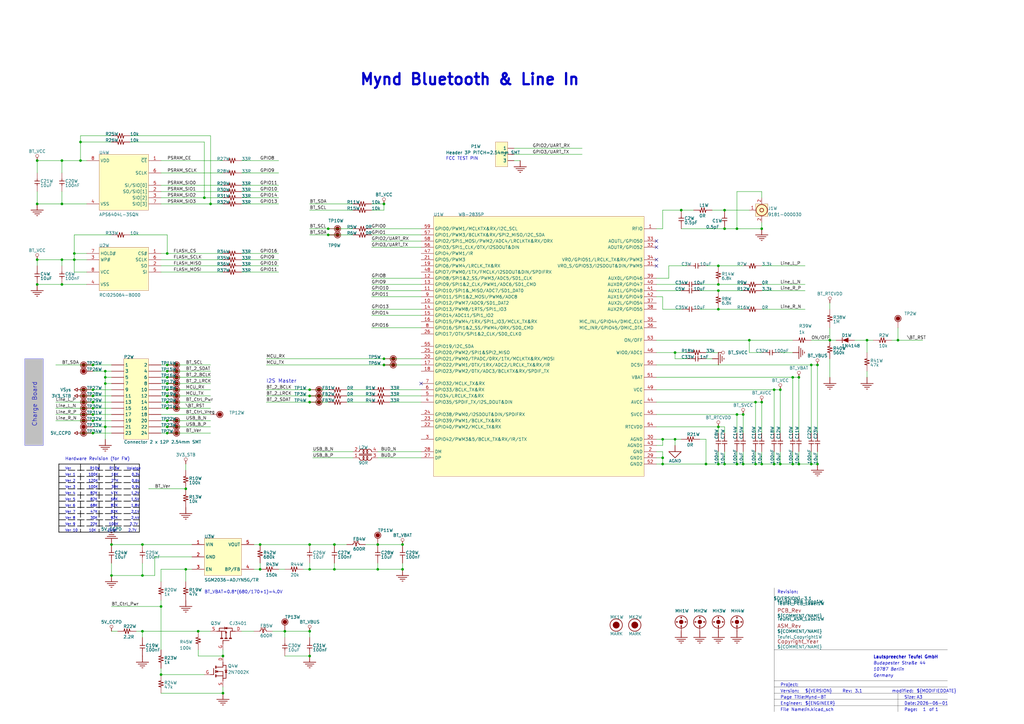
<source format=kicad_sch>
(kicad_sch (version 20231120) (generator "eeschema") (generator_version "8.0")
  (paper "A3")
  (title_block (title "Mynd-BT") (rev "3.1"))
  (lib_symbols
    (symbol "5V_CCPD_CIRCLE_1" (power)
      (property "Reference" "#PWR" (at 0 0 0))
      (property "Value" "GND" (at 0 6.35 0))
      (symbol "5V_CCPD_CIRCLE_1_0_0"
        (pin power_in line (at 0 0 0) (length 0) hide (name "GND") (number ""))
      )
    )
    (symbol "Mynd_BT-altium-import:3V3_STB_ARROW" (power)
      (property "Reference" "#PWR" (at 0 0 0))
      (property "Value" "3V3_STB" (at 0 3.81 0))
      (symbol "3V3_STB_ARROW_0_0"
        (pin power_in line (at 0 0 0) (length 0) hide (name "3V3_STB") (number ""))
      )
    )
    (symbol "Mynd_BT-altium-import:3V3_STB_CIRCLE" (power)
      (property "Reference" "#PWR" (at 0 0 0))
      (property "Value" "3V3_STB" (at 0 3.81 0))
      (symbol "3V3_STB_CIRCLE_0_0"
        (pin power_in line (at 0 0 0) (length 0) hide (name "3V3_STB") (number ""))
      )
    )
    (symbol "Mynd_BT-altium-import:5V_CCPD_ARROW" (power)
      (property "Reference" "#PWR" (at 0 0 0))
      (property "Value" "5V_CCPD" (at 0 3.81 0))
      (symbol "5V_CCPD_ARROW_0_0"
        (pin power_in line (at 0 0 0) (length 0) hide (name "5V_CCPD") (number ""))
      )
    )
    (symbol "Mynd_BT-altium-import:5V_CCPD_CIRCLE" (power)
      (property "Reference" "#PWR" (at 0 0 0))
      (property "Value" "5V_CCPD" (at 0 3.81 0))
      (symbol "5V_CCPD_CIRCLE_0_0"
        (pin power_in line (at 0 0 0) (length 0) hide (name "5V_CCPD") (number ""))
      )
    )
    (symbol "Mynd_BT-altium-import:AGND_SIGNAL_GROUND" (power)
      (property "Reference" "#PWR" (at 0 0 0))
      (property "Value" "AGND" (at 0 6.35 0))
      (symbol "AGND_SIGNAL_GROUND_0_0"
        (pin power_in line (at 0 0 0) (length 0) hide (name "AGND") (number ""))
      )
    )
    (symbol "Mynd_BT-altium-import:BT_AVCC_CIRCLE" (power)
      (property "Reference" "#PWR" (at 0 0 0))
      (property "Value" "BT_AVCC" (at 0 3.81 0))
      (symbol "BT_AVCC_CIRCLE_0_0"
        (pin power_in line (at 0 0 0) (length 0) hide (name "BT_AVCC") (number ""))
      )
    )
    (symbol "Mynd_BT-altium-import:BT_RTCVDD_CIRCLE" (power)
      (property "Reference" "#PWR" (at 0 0 0))
      (property "Value" "BT_RTCVDD" (at 0 3.81 0))
      (symbol "BT_RTCVDD_CIRCLE_0_0"
        (pin power_in line (at 0 0 0) (length 0) hide (name "BT_RTCVDD") (number ""))
      )
    )
    (symbol "Mynd_BT-altium-import:BT_SVCC_CIRCLE" (power)
      (property "Reference" "#PWR" (at 0 0 0))
      (property "Value" "BT_SVCC" (at 0 3.81 0))
      (symbol "BT_SVCC_CIRCLE_0_0"
        (pin power_in line (at 0 0 0) (length 0) hide (name "BT_SVCC") (number ""))
      )
    )
    (symbol "Mynd_BT-altium-import:BT_VBAT_CIRCLE" (power)
      (property "Reference" "#PWR" (at 0 0 0))
      (property "Value" "BT_VBAT" (at 0 3.81 0))
      (symbol "BT_VBAT_CIRCLE_0_0"
        (pin power_in line (at 0 0 0) (length 0) hide (name "BT_VBAT") (number ""))
      )
    )
    (symbol "Mynd_BT-altium-import:BT_VBUS_CIRCLE" (power)
      (property "Reference" "#PWR" (at 0 0 0))
      (property "Value" "BT_VBUS" (at 0 3.81 0))
      (symbol "BT_VBUS_CIRCLE_0_0"
        (pin power_in line (at 0 0 0) (length 0) hide (name "BT_VBUS") (number ""))
      )
    )
    (symbol "Mynd_BT-altium-import:BT_VCC_CIRCLE" (power)
      (property "Reference" "#PWR" (at 0 0 0))
      (property "Value" "BT_VCC" (at 0 3.81 0))
      (symbol "BT_VCC_CIRCLE_0_0"
        (pin power_in line (at 0 0 0) (length 0) hide (name "BT_VCC") (number ""))
      )
    )
    (symbol "Mynd_BT-altium-import:GND_POWER_GROUND" (power)
      (property "Reference" "#PWR" (at 0 0 0))
      (property "Value" "GND" (at 0 6.35 0))
      (symbol "GND_POWER_GROUND_0_0"
        (pin power_in line (at 0 0 0) (length 0) hide (name "GND") (number ""))
      )
    )
    (symbol "Mynd_BT-altium-import:VSys_ARROW" (power)
      (property "Reference" "#PWR" (at 0 0 0))
      (property "Value" "VSys" (at 0 3.81 0))
      (symbol "VSys_ARROW_0_0"
        (pin power_in line (at 0 0 0) (length 0) hide (name "VSys") (number ""))
      )
    )
    (symbol "Mynd_BT-altium-import:root_0_APS6404L-3SQN"
      (symbol "root_0_APS6404L-3SQN_1_0"
        (pin passive line (at 25.4 -2.54 180) (length 5.08) (name "~{CE}") (number "1"))
        (pin passive line (at 25.4 -15.24 180) (length 5.08) (name "SO/SIO[1]") (number "2"))
        (pin passive line (at 25.4 -17.78 180) (length 5.08) (name "SIO[2]") (number "3"))
        (pin passive line (at -5.08 -20.32 0) (length 5.08) (name "VSS") (number "4"))
        (pin passive line (at 25.4 -12.7 180) (length 5.08) (name "SI/SIO[0]") (number "5"))
        (pin passive line (at 25.4 -7.62 180) (length 5.08) (name "SCLK") (number "6"))
        (pin passive line (at 25.4 -20.32 180) (length 5.08) (name "SIO[3]") (number "7"))
        (pin passive line (at -5.08 -2.54 0) (length 5.08) (name "VDD") (number "8"))
      )
    )
    (symbol "Mynd_BT-altium-import:root_0_BT_WB_2835P"
      (symbol "root_0_BT_WB_2835P_1_0"
        (pin passive line (at 91.44 -5.08 180) (length 5.08) (name "RFIO") (number "1"))
        (pin passive line (at -5.08 -35.56 0) (length 5.08) (name "GPIO12/PWM7/ADC9/SD1_DAT2") (number "10"))
        (pin passive line (at -5.08 -30.48 0) (length 5.08) (name "GPIO10/SPI1&_MISO/ADC7/SD1_DAT0") (number "11"))
        (pin passive line (at -5.08 -25.4 0) (length 5.08) (name "GPIO8/SPI1&2_SS/PWM3/ADC5/SD1_CLK") (number "12"))
        (pin passive line (at -5.08 -27.94 0) (length 5.08) (name "GPIO9/SPI1&2_CLK/PWM1/ADC6/SD1_CMD") (number "13"))
        (pin passive line (at -5.08 -38.1 0) (length 5.08) (name "GPIO13/PWM8/1RTS/SPI1_IO3") (number "14"))
        (pin passive line (at -5.08 -40.64 0) (length 5.08) (name "GPIO14/ADC11/SPI1_IO2") (number "15"))
        (pin passive line (at -5.08 -43.18 0) (length 5.08) (name "GPIO15/PWM4/1RX/SPI1_IO3/MCLK_TX&RX") (number "16"))
        (pin passive line (at -5.08 -60.96 0) (length 5.08) (name "GPIO22/PWM1/0TX/1RX/ADC2/LRCLK_TX&RX/IR") (number "17"))
        (pin passive line (at -5.08 -63.5 0) (length 5.08) (name "GPIO23/PWM2/0TX/ADC3/BCLKTX&RX/SPDIF_TX") (number "18"))
        (pin passive line (at -5.08 -20.32 0) (length 5.08) (name "GPIO6/PWM4/LRCLK_TX&RX") (number "19"))
        (pin passive line (at 91.44 -96.52 180) (length 5.08) (name "GND") (number "2"))
        (pin passive line (at -5.08 -58.42 0) (length 5.08) (name "GPIO21/PWM0/TPADC/0RX/1TX/MCLKTX&RX/MOSI") (number "20"))
        (pin passive line (at -5.08 -17.78 0) (length 5.08) (name "GPIO5/PWM3") (number "21"))
        (pin passive line (at -5.08 -86.36 0) (length 5.08) (name "GPIO40/PWM2/MCLK_TX&RX") (number "22"))
        (pin passive line (at -5.08 -83.82 0) (length 5.08) (name "GPIO39/PWM1/BCLK_TX&RX") (number "23"))
        (pin passive line (at -5.08 -81.28 0) (length 5.08) (name "GPIO38/PWM0/I2SDOUT&DIN/SPDIFRX") (number "24"))
        (pin passive line (at -5.08 -55.88 0) (length 5.08) (name "GPIO20/PWM2/SPI1&SPI2_MISO") (number "25"))
        (pin passive line (at -5.08 -48.26 0) (length 5.08) (name "GPIO17/OTX/SPI1&2_CLK/SD0_CLK0") (number "26"))
        (pin passive line (at -5.08 -99.06 0) (length 5.08) (name "DP") (number "27"))
        (pin passive line (at -5.08 -96.52 0) (length 5.08) (name "DM") (number "28"))
        (pin passive line (at 91.44 -99.06 180) (length 5.08) (name "GND1") (number "29"))
        (pin passive line (at -5.08 -91.44 0) (length 5.08) (name "GPIO42/PWM3&5/BCLK_TX&RX/IR/1TX") (number "3"))
        (pin passive line (at 91.44 -91.44 180) (length 5.08) (name "AGND") (number "30"))
        (pin passive line (at 91.44 -20.32 180) (length 5.08) (name "VRO_S/GPIO53/I2SDOUT&DIN/PWM5") (number "31"))
        (pin passive line (at 91.44 -12.7 180) (length 5.08) (name "AOUTR/GPIO52") (number "32"))
        (pin passive line (at 91.44 -10.16 180) (length 5.08) (name "AOUTL/GPIO50") (number "33"))
        (pin passive line (at 91.44 -17.78 180) (length 5.08) (name "VRO/GPIO51/LRCLK_TX&RX/PWM3") (number "34"))
        (pin passive line (at 91.44 -43.18 180) (length 5.08) (name "MIC_INL/GPIO44/DMIC_CLK") (number "35"))
        (pin passive line (at 91.44 -45.72 180) (length 5.08) (name "MIC_INR/GPIO45/DMIC_DTA") (number "36"))
        (pin passive line (at 91.44 -35.56 180) (length 5.08) (name "AUX2L/GPIO54") (number "37"))
        (pin passive line (at 91.44 -38.1 180) (length 5.08) (name "AUX2R/GPIO55") (number "38"))
        (pin passive line (at 91.44 -25.4 180) (length 5.08) (name "AUX0L/GPIO46") (number "39"))
        (pin passive line (at -5.08 -76.2 0) (length 5.08) (name "GPIO35/SPDIF_TX/I2S_DOUT&DIN") (number "4"))
        (pin passive line (at 91.44 -27.94 180) (length 5.08) (name "AUX0R/GPIO47") (number "40"))
        (pin passive line (at 91.44 -30.48 180) (length 5.08) (name "AUX1L/GPIO48") (number "41"))
        (pin passive line (at 91.44 -33.02 180) (length 5.08) (name "AUX1R/GPIO49") (number "42"))
        (pin passive line (at 91.44 -93.98 180) (length 5.08) (name "AGND1") (number "43"))
        (pin passive line (at 91.44 -76.2 180) (length 5.08) (name "AVCC") (number "44"))
        (pin passive line (at 91.44 -81.28 180) (length 5.08) (name "SVCC") (number "45"))
        (pin passive line (at 91.44 -55.88 180) (length 5.08) (name "WIO0/ADC1") (number "46"))
        (pin passive line (at -5.08 -15.24 0) (length 5.08) (name "GPIO4/PWM1/IR") (number "47"))
        (pin passive line (at -5.08 -22.86 0) (length 5.08) (name "GPIO7/PWM0/1TX/FMCLK/I2SDOUT&DIN/SPDIFRX") (number "48"))
        (pin passive line (at 91.44 -71.12 180) (length 5.08) (name "VCC") (number "49"))
        (pin passive line (at -5.08 -73.66 0) (length 5.08) (name "PIO34/LRCLK_TX&RX") (number "5"))
        (pin passive line (at 91.44 -60.96 180) (length 5.08) (name "DC5V") (number "50"))
        (pin passive line (at 91.44 -66.04 180) (length 5.08) (name "VBAT") (number "51"))
        (pin passive line (at 91.44 -101.6 180) (length 5.08) (name "GND2") (number "52"))
        (pin passive line (at 91.44 -50.8 180) (length 5.08) (name "ON/OFF") (number "53"))
        (pin passive line (at 91.44 -86.36 180) (length 5.08) (name "RTCVDD") (number "54"))
        (pin passive line (at -5.08 -53.34 0) (length 5.08) (name "GPIO19/I2C_SDA") (number "55"))
        (pin passive line (at -5.08 -12.7 0) (length 5.08) (name "GPIO3/SPI1_CLK/0TX/I2SDOUT&DIN") (number "56"))
        (pin passive line (at -5.08 -7.62 0) (length 5.08) (name "GPIO1/PWM3/BCLKTX&RX/SPI2_MISO/I2C_SDA") (number "57"))
        (pin passive line (at -5.08 -10.16 0) (length 5.08) (name "GPIO2/SPI1_MOSI/PWM2/ADC4/LRCLKTX&RX/ORX") (number "58"))
        (pin passive line (at -5.08 -5.08 0) (length 5.08) (name "GPIO0/PWM1/MCLKTX&RX/I2C_SCL") (number "59"))
        (pin passive line (at -5.08 -71.12 0) (length 5.08) (name "GPIO33/BCLK_TX&RX") (number "6"))
        (pin passive line (at -5.08 -68.58 0) (length 5.08) (name "GPIO32/MCLK_TX&RX") (number "7"))
        (pin passive line (at -5.08 -45.72 0) (length 5.08) (name "GPIO16/SPI1&2_SS/PWM4/0RX/SD0_CMD") (number "8"))
        (pin passive line (at -5.08 -33.02 0) (length 5.08) (name "GPIO11/SPI1&2_MOSI/PWM6/ADC8") (number "9"))
      )
    )
    (symbol "Mynd_BT-altium-import:root_0_Bead1"
      (symbol "root_0_Bead1_1_0"
        (pin passive line (at 0 0 0) (length 2.54) (name "1") (number "1"))
        (pin passive line (at 7.62 0 180) (length 2.54) (name "2") (number "2"))
      )
    )
    (symbol "Mynd_BT-altium-import:root_0_CAP1"
      (symbol "root_0_CAP1_1_0"
        (pin passive line (at 0 0 0) (length 2.54) (name "1") (number "1"))
        (pin passive line (at 7.62 0 180) (length 2.54) (name "2") (number "2"))
      )
    )
    (symbol "Mynd_BT-altium-import:root_0_CON 2x12P"
      (symbol "root_0_CON 2x12P_1_0"
        (pin passive line (at -5.08 -2.54 0) (length 5.08) (name "1") (number "1"))
        (pin passive line (at 15.24 -12.7 180) (length 5.08) (name "10") (number "10"))
        (pin passive line (at -5.08 -15.24 0) (length 5.08) (name "11") (number "11"))
        (pin passive line (at 15.24 -15.24 180) (length 5.08) (name "12") (number "12"))
        (pin passive line (at -5.08 -17.78 0) (length 5.08) (name "13") (number "13"))
        (pin passive line (at 15.24 -17.78 180) (length 5.08) (name "14") (number "14"))
        (pin passive line (at -5.08 -20.32 0) (length 5.08) (name "15") (number "15"))
        (pin passive line (at 15.24 -20.32 180) (length 5.08) (name "16") (number "16"))
        (pin passive line (at -5.08 -22.86 0) (length 5.08) (name "17") (number "17"))
        (pin passive line (at 15.24 -22.86 180) (length 5.08) (name "18") (number "18"))
        (pin passive line (at -5.08 -25.4 0) (length 5.08) (name "19") (number "19"))
        (pin passive line (at 15.24 -2.54 180) (length 5.08) (name "2") (number "2"))
        (pin passive line (at 15.24 -25.4 180) (length 5.08) (name "20") (number "20"))
        (pin passive line (at -5.08 -27.94 0) (length 5.08) (name "21") (number "21"))
        (pin passive line (at 15.24 -27.94 180) (length 5.08) (name "22") (number "22"))
        (pin passive line (at -5.08 -30.48 0) (length 5.08) (name "23") (number "23"))
        (pin passive line (at 15.24 -30.48 180) (length 5.08) (name "24") (number "24"))
        (pin passive line (at -5.08 -5.08 0) (length 5.08) (name "3") (number "3"))
        (pin passive line (at 15.24 -5.08 180) (length 5.08) (name "4") (number "4"))
        (pin passive line (at -5.08 -7.62 0) (length 5.08) (name "5") (number "5"))
        (pin passive line (at 15.24 -7.62 180) (length 5.08) (name "6") (number "6"))
        (pin passive line (at -5.08 -10.16 0) (length 5.08) (name "7") (number "7"))
        (pin passive line (at 15.24 -10.16 180) (length 5.08) (name "8") (number "8"))
        (pin passive line (at -5.08 -12.7 0) (length 5.08) (name "9") (number "9"))
      )
    )
    (symbol "Mynd_BT-altium-import:root_0_CON 3P"
      (symbol "root_0_CON 3P_1_0"
        (pin passive line (at 7.62 -2.54 180) (length 2.54) (name "1") (number "1"))
        (pin passive line (at 7.62 -5.08 180) (length 2.54) (name "2") (number "2"))
        (pin passive line (at 7.62 -7.62 180) (length 2.54) (name "3") (number "3"))
      )
    )
    (symbol "Mynd_BT-altium-import:root_0_MARK"
      (symbol "root_0_MARK_1_0"
        (pin passive line (at 1.27 0 180) (length 1.27) (name "MK_B") (number "MK_B"))
        (pin passive line (at -1.27 0 0) (length 1.27) (name "MK_T") (number "MK_T"))
      )
    )
    (symbol "Mynd_BT-altium-import:root_0_N-MOS1"
      (symbol "root_0_N-MOS1_1_0"
        (pin passive line (at 5.08 5.08 270) (length 2.54) (name "D") (number "D"))
        (pin passive line (at -2.54 -2.54 0) (length 2.54) (name "G") (number "G"))
        (pin passive line (at 5.08 -7.62 90) (length 2.54) (name "S") (number "S"))
      )
    )
    (symbol "Mynd_BT-altium-import:root_0_RES1"
      (symbol "root_0_RES1_1_0"
        (pin passive line (at 0 0 0) (length 2.54) (name "1") (number "1"))
        (pin passive line (at 7.62 0 180) (length 2.54) (name "2") (number "2"))
      )
    )
    (symbol "Mynd_BT-altium-import:root_0_SGM2036_YN5G"
      (symbol "root_0_SGM2036_YN5G_1_0"
        (pin passive line (at -5.08 -2.54 0) (length 5.08) (name "VIN") (number "1"))
        (pin passive line (at -5.08 -7.62 0) (length 5.08) (name "GND") (number "2"))
        (pin passive line (at -5.08 -12.7 0) (length 5.08) (name "EN") (number "3"))
        (pin passive line (at 20.32 -12.7 180) (length 5.08) (name "BP/FB") (number "4"))
        (pin passive line (at 20.32 -2.54 180) (length 5.08) (name "VOUT") (number "5"))
      )
    )
    (symbol "Mynd_BT-altium-import:root_0_TP"
      (symbol "root_0_TP_1_0"
        (pin passive line (at 0 0 0) (length 2.54) (name "1") (number "1"))
      )
    )
    (symbol "Mynd_BT-altium-import:root_0_Teufel NoLogo")
    (symbol "Mynd_BT-altium-import:root_0_Teufel_ASM_Label"
      (symbol "root_0_Teufel_ASM_Label_1_0"
        (text "ASM_Rev" (at 0 0 0) (effects (font (size 1.524 1.524)) (justify left bottom)))
      )
    )
    (symbol "Mynd_BT-altium-import:root_0_Teufel_Copyright"
      (symbol "root_0_Teufel_Copyright_1_0"
        (text "Copyright_Year" (at 0 0 0) (effects (font (size 1.524 1.524)) (justify left bottom)))
      )
    )
    (symbol "Mynd_BT-altium-import:root_0_Teufel_PCB_Label"
      (symbol "root_0_Teufel_PCB_Label_1_0"
        (text "PCB_Rev" (at 0 0 0) (effects (font (size 1.524 1.524)) (justify left bottom)))
      )
    )
    (symbol "Mynd_BT-altium-import:root_0_mirrored_RES1"
      (symbol "root_0_mirrored_RES1_1_0"
        (pin passive line (at 0 0 180) (length 2.54) (name "1") (number "1"))
        (pin passive line (at -7.62 0 0) (length 2.54) (name "2") (number "2"))
      )
    )
    (symbol "Mynd_BT-altium-import:root_0_mirrored_SERIAL FLASH 8Pin"
      (symbol "root_0_mirrored_SERIAL FLASH 8Pin_1_0"
        (pin passive line (at 5.08 -2.54 180) (length 5.08) (name "CS#") (number "1"))
        (pin passive line (at 5.08 -7.62 180) (length 5.08) (name "SO") (number "2"))
        (pin passive line (at -25.4 -5.08 0) (length 5.08) (name "WP#") (number "3"))
        (pin passive line (at -25.4 -15.24 0) (length 5.08) (name "VSS") (number "4"))
        (pin passive line (at 5.08 -10.16 180) (length 5.08) (name "SI") (number "5"))
        (pin passive line (at 5.08 -5.08 180) (length 5.08) (name "SCLK") (number "6"))
        (pin passive line (at -25.4 -2.54 0) (length 5.08) (name "HOLD#") (number "7"))
        (pin passive line (at -25.4 -10.16 0) (length 5.08) (name "VCC") (number "8"))
      )
    )
    (symbol "Mynd_BT-altium-import:root_0_mirrored_TP"
      (symbol "root_0_mirrored_TP_1_0"
        (pin passive line (at 0 0 180) (length 2.54) (name "1") (number "1"))
      )
    )
    (symbol "Mynd_BT-altium-import:root_1_CAP1"
      (symbol "root_1_CAP1_1_0"
        (pin passive line (at 0 0 90) (length 2.54) (name "1") (number "1"))
        (pin passive line (at 0 7.62 270) (length 2.54) (name "2") (number "2"))
      )
    )
    (symbol "Mynd_BT-altium-import:root_1_P-001-0158-27"
      (symbol "root_1_P-001-0158-27_1_0"
        (pin passive line (at 0 0 90) (length 2.54) (name "1") (number "1"))
        (pin passive line (at 0 7.62 270) (length 2.54) (name "2") (number "2"))
      )
    )
    (symbol "Mynd_BT-altium-import:root_1_SCREW_HOLE"
      (symbol "root_1_SCREW_HOLE_1_0"
        (pin passive line (at 0 0 90) (length 2.54) (name "1") (number "1"))
      )
    )
    (symbol "Mynd_BT-altium-import:root_1_TP"
      (symbol "root_1_TP_1_0"
        (pin passive line (at 0 0 90) (length 2.54) (name "1") (number "1"))
      )
    )
    (symbol "Mynd_BT-altium-import:root_1_mirrored_P-MOS1"
      (symbol "root_1_mirrored_P-MOS1_1_0"
        (pin passive line (at 5.08 5.08 180) (length 2.54) (name "D") (number "D"))
        (pin passive line (at -2.54 -2.54 90) (length 2.54) (name "G") (number "G"))
        (pin passive line (at -7.62 5.08 0) (length 2.54) (name "S") (number "S"))
      )
    )
    (symbol "Mynd_BT-altium-import:root_1_mirrored_RES1"
      (symbol "root_1_mirrored_RES1_1_0"
        (pin passive line (at 0 0 90) (length 2.54) (name "1") (number "1"))
        (pin passive line (at 0 7.62 270) (length 2.54) (name "2") (number "2"))
      )
    )
    (symbol "Mynd_BT-altium-import:root_2_CAP1"
      (symbol "root_2_CAP1_1_0"
        (pin passive line (at 0 0 180) (length 2.54) (name "1") (number "1"))
        (pin passive line (at -7.62 0 0) (length 2.54) (name "2") (number "2"))
      )
    )
    (symbol "Mynd_BT-altium-import:root_2_COA_CON1"
      (symbol "root_2_COA_CON1_1_0"
        (pin passive line (at -7.62 2.54 0) (length 2.54) (name "OUT") (number "1"))
        (pin passive line (at -2.54 -2.54 90) (length 2.54) (name "IN") (number "2"))
        (pin passive line (at -2.54 7.62 270) (length 2.54) (name "IN") (number "2"))
      )
    )
    (symbol "Mynd_BT-altium-import:root_2_DIODE_SWITCHING1"
      (symbol "root_2_DIODE_SWITCHING1_1_0"
        (pin passive line (at 0 0 180) (length 2.54) (name "A") (number "A"))
        (pin passive line (at -7.62 0 0) (length 2.54) (name "K") (number "K"))
      )
    )
    (symbol "Mynd_BT-altium-import:root_2_RES1"
      (symbol "root_2_RES1_1_0"
        (pin passive line (at 0 0 180) (length 2.54) (name "1") (number "1"))
        (pin passive line (at -7.62 0 0) (length 2.54) (name "2") (number "2"))
      )
    )
    (symbol "Mynd_BT-altium-import:root_2_mirrored_INDUCTOR_CM_4_1"
      (symbol "root_2_mirrored_INDUCTOR_CM_4_1_1_0"
        (pin passive line (at 0 0 0) (length 2.54) (name "1") (number "1"))
        (pin passive line (at 0 2.54 0) (length 2.54) (name "2") (number "2"))
        (pin passive line (at 10.16 0 180) (length 2.54) (name "3") (number "3"))
        (pin passive line (at 10.16 2.54 180) (length 2.54) (name "4") (number "4"))
      )
    )
    (symbol "Mynd_BT-altium-import:root_3_CAP1"
      (symbol "root_3_CAP1_1_0"
        (pin passive line (at 0 0 270) (length 2.54) (name "1") (number "1"))
        (pin passive line (at 0 -7.62 90) (length 2.54) (name "2") (number "2"))
      )
    )
    (symbol "Mynd_BT-altium-import:root_3_P-001-0038-26"
      (symbol "root_3_P-001-0038-26_1_0"
        (pin passive line (at 0 0 270) (length 2.54) (name "1") (number "1"))
        (pin passive line (at 0 -7.62 90) (length 2.54) (name "2") (number "2"))
      )
    )
    (symbol "Mynd_BT-altium-import:root_3_P-001-0158-27"
      (symbol "root_3_P-001-0158-27_1_0"
        (pin passive line (at 0 0 270) (length 2.54) (name "1") (number "1"))
        (pin passive line (at 0 -7.62 90) (length 2.54) (name "2") (number "2"))
      )
    )
    (symbol "Mynd_BT-altium-import:root_3_RES1"
      (symbol "root_3_RES1_1_0"
        (pin passive line (at 0 0 270) (length 2.54) (name "1") (number "1"))
        (pin passive line (at 0 -7.62 90) (length 2.54) (name "2") (number "2"))
      )
    )
    (symbol "Mynd_BT-altium-import:root_3_mirrored_CAP1"
      (symbol "root_3_mirrored_CAP1_1_0"
        (pin passive line (at 0 0 270) (length 2.54) (name "1") (number "1"))
        (pin passive line (at 0 -7.62 90) (length 2.54) (name "2") (number "2"))
      )
    )
  )
  (junction (at 157.48 147.1422))
  (junction (at 38.1 149.6822))
  (junction (at 317.5 190.3222))
  (junction (at 127 258.9022))
  (junction (at 58.42 236.0422))
  (junction (at 58.42 258.9022))
  (junction (at 15.24 83.6422))
  (junction (at 320.04 190.3222))
  (junction (at 320.04 159.8422))
  (junction (at 335.28 190.3222))
  (junction (at 43.18 152.2222))
  (junction (at 309.88 164.9222))
  (junction (at 276.86 180.1622))
  (junction (at 332.74 190.3222))
  (junction (at 312.42 93.8022))
  (junction (at 38.1 162.3822))
  (junction (at 312.42 190.3222))
  (junction (at 325.12 190.3222))
  (junction (at 33.02 58.2422))
  (junction (at 294.64 126.8222))
  (junction (at 332.74 149.6822))
  (junction (at 15.24 65.8622))
  (junction (at 289.56 190.3222))
  (junction (at 38.1 172.5422))
  (junction (at 127 269.0622))
  (junction (at 276.86 144.6022))
  (junction (at 127 162.3822))
  (junction (at 294.64 119.2022))
  (junction (at 304.8 170.0022))
  (junction (at 297.18 86.1822))
  (junction (at 307.34 139.5222))
  (junction (at 134.62 93.8022))
  (junction (at 68.58 172.5422))
  (junction (at 68.58 164.9222))
  (junction (at 271.78 190.3222))
  (junction (at 297.18 190.3222))
  (junction (at 302.26 170.0022))
  (junction (at 137.16 223.3422))
  (junction (at 157.48 83.6422))
  (junction (at 25.4 83.6422))
  (junction (at 38.1 159.8422))
  (junction (at 304.8 190.3222))
  (junction (at 33.02 65.8622))
  (junction (at 137.16 233.5022))
  (junction (at 340.36 139.5222))
  (junction (at 165.1 223.3422))
  (junction (at 38.1 170.0022))
  (junction (at 86.36 83.6422))
  (junction (at 30.48 106.5022))
  (junction (at 66.04 276.6822))
  (junction (at 368.3 139.5222))
  (junction (at 25.4 65.8622))
  (junction (at 43.18 175.0822))
  (junction (at 38.1 164.9222))
  (junction (at 302.26 190.3222))
  (junction (at 127 159.8422))
  (junction (at 76.2 233.5022))
  (junction (at 25.4 116.6622))
  (junction (at 68.58 167.4622))
  (junction (at 58.42 223.3422))
  (junction (at 297.18 93.8022))
  (junction (at 157.48 149.6822))
  (junction (at 154.94 233.5022))
  (junction (at 309.88 190.3222))
  (junction (at 68.58 159.8422))
  (junction (at 68.58 154.7622))
  (junction (at 15.24 116.6622))
  (junction (at 106.68 233.5022))
  (junction (at 91.44 284.3022))
  (junction (at 15.24 106.5022))
  (junction (at 317.5 159.8422))
  (junction (at 127 164.9222))
  (junction (at 91.44 269.0622))
  (junction (at 68.58 177.6222))
  (junction (at 83.82 81.1022))
  (junction (at 76.2 200.4822))
  (junction (at 294.64 175.0822))
  (junction (at 68.58 149.6822))
  (junction (at 68.58 103.9622))
  (junction (at 294.64 109.0422))
  (junction (at 127 223.3422))
  (junction (at 127 233.5022))
  (junction (at 25.4 106.5022))
  (junction (at 45.72 223.3422))
  (junction (at 106.68 223.3422))
  (junction (at 325.12 154.7622))
  (junction (at 165.1 233.5022))
  (junction (at 355.6 139.5222))
  (junction (at 43.18 154.7622))
  (junction (at 68.58 157.3022))
  (junction (at 279.4 86.1822))
  (junction (at 30.48 103.9622))
  (junction (at 312.42 164.9222))
  (junction (at 66.04 248.7422))
  (junction (at 327.66 190.3222))
  (junction (at 134.62 96.3422))
  (junction (at 81.28 258.9022))
  (junction (at 154.94 223.3422))
  (junction (at 68.58 162.3822))
  (junction (at 294.64 116.6622))
  (junction (at 68.58 175.0822))
  (junction (at 302.26 93.8022))
  (junction (at 38.1 177.6222))
  (junction (at 327.66 154.7622))
  (junction (at 116.84 258.9022))
  (junction (at 294.64 190.3222))
  (junction (at 68.58 152.2222))
  (junction (at 335.28 149.6822))
  (junction (at 45.72 236.0422))
  (junction (at 271.78 187.7822))
  (junction (at 271.78 180.1622))
  (junction (at 38.1 167.4622))
  (junction (at 43.18 157.3022))
  (no_connect (at 269.24 101.4222))
  (no_connect (at 269.24 109.0422))
  (no_connect (at 269.24 98.8822))
  (no_connect (at 172.72 157.3022))
  (no_connect (at 269.24 106.5022))
  (wire (pts (xy 99.06 70.9422) (xy 114.3 70.9422)))
  (polyline (pts (xy 33.02 190.3222) (xy 33.02 218.2622)) (stroke (width 0.254) (type dash) (color 0 0 0 1)))
  (wire (pts (xy 269.24 164.9222) (xy 309.88 164.9222)))
  (wire (pts (xy 30.48 106.5022) (xy 25.4 106.5022)))
  (wire (pts (xy 86.36 152.2222) (xy 68.58 152.2222)))
  (wire (pts (xy 307.34 139.5222) (xy 325.12 139.5222)))
  (wire (pts (xy 68.58 152.2222) (xy 66.04 152.2222)))
  (wire (pts (xy 325.12 190.3222) (xy 320.04 190.3222)))
  (wire (pts (xy 30.48 111.5822) (xy 30.48 106.5022)))
  (wire (pts (xy 289.56 190.3222) (xy 289.56 180.1622)))
  (wire (pts (xy 317.5 159.8422) (xy 320.04 159.8422)))
  (wire (pts (xy 99.06 76.0222) (xy 114.3 76.0222)))
  (wire (pts (xy 43.18 152.2222) (xy 38.1 152.2222)))
  (wire (pts (xy 38.1 175.0822) (xy 43.18 175.0822)))
  (wire (pts (xy 68.58 162.3822) (xy 86.36 162.3822)))
  (wire (pts (xy 368.3 139.5222) (xy 365.76 139.5222)))
  (wire (pts (xy 157.48 149.6822) (xy 109.22 149.6822)))
  (wire (pts (xy 127 233.5022) (xy 124.46 233.5022)))
  (polyline (pts (xy 317.5 281.7622) (xy 388.62 281.7622)) (stroke (width 0.0254) (type solid) (color 0 0 0 1)))
  (wire (pts (xy 66.04 149.6822) (xy 68.58 149.6822)))
  (polyline (pts (xy 317.5 289.3822) (xy 388.62 289.3822)) (stroke (width 0.0254) (type solid) (color 0 0 0 1)))
  (wire (pts (xy 294.64 190.3222) (xy 294.64 185.2422)))
  (wire (pts (xy 116.84 258.9022) (xy 127 258.9022)))
  (wire (pts (xy 271.78 187.7822) (xy 271.78 190.3222)))
  (wire (pts (xy 45.72 175.0822) (xy 43.18 175.0822)))
  (wire (pts (xy 68.58 159.8422) (xy 86.36 159.8422)))
  (wire (pts (xy 35.56 111.5822) (xy 30.48 111.5822)))
  (wire (pts (xy 172.72 116.6622) (xy 152.4 116.6622)))
  (wire (pts (xy 152.4 162.3822) (xy 142.24 162.3822)))
  (wire (pts (xy 271.78 182.7022) (xy 271.78 180.1622)))
  (wire (pts (xy 289.56 190.3222) (xy 294.64 190.3222)))
  (wire (pts (xy 99.06 78.5622) (xy 114.3 78.5622)))
  (wire (pts (xy 327.66 177.6222) (xy 327.66 154.7622)))
  (wire (pts (xy 312.42 190.3222) (xy 309.88 190.3222)))
  (wire (pts (xy 45.72 157.3022) (xy 43.18 157.3022)))
  (polyline (pts (xy 24.13 210.6422) (xy 57.15 210.6422)) (stroke (width 0.254) (type dash) (color 0 0 0 1)))
  (wire (pts (xy 104.14 233.5022) (xy 106.68 233.5022)))
  (polyline (pts (xy 57.15 190.3222) (xy 57.15 218.2622)) (stroke (width 0.254) (type solid) (color 0 0 0 1)))
  (wire (pts (xy 43.18 154.7622) (xy 43.18 157.3022)))
  (wire (pts (xy 294.64 116.6622) (xy 304.8 116.6622)))
  (wire (pts (xy 154.94 187.7822) (xy 172.72 187.7822)))
  (wire (pts (xy 289.56 109.0422) (xy 294.64 109.0422)))
  (wire (pts (xy 78.74 233.5022) (xy 76.2 233.5022)))
  (wire (pts (xy 83.82 276.6822) (xy 66.04 276.6822)))
  (wire (pts (xy 274.32 109.0422) (xy 274.32 114.1222)))
  (wire (pts (xy 157.48 86.1822) (xy 157.48 83.6422)))
  (wire (pts (xy 45.72 154.7622) (xy 43.18 154.7622)))
  (wire (pts (xy 91.44 266.5222) (xy 91.44 269.0622)))
  (wire (pts (xy 25.4 65.8622) (xy 15.24 65.8622)))
  (wire (pts (xy 294.64 175.0822) (xy 269.24 175.0822)))
  (wire (pts (xy 38.1 170.0022) (xy 22.86 170.0022)))
  (wire (pts (xy 269.24 180.1622) (xy 271.78 180.1622)))
  (wire (pts (xy 45.72 230.9622) (xy 45.72 236.0422)))
  (wire (pts (xy 172.72 149.6822) (xy 157.48 149.6822)))
  (polyline (pts (xy 317.5 291.9222) (xy 317.5 266.5222)) (stroke (width 0.0254) (type solid) (color 0 0 0 1)))
  (wire (pts (xy 294.64 119.2022) (xy 304.8 119.2022)))
  (wire (pts (xy 289.56 180.1622) (xy 287.02 180.1622)))
  (wire (pts (xy 68.58 103.9622) (xy 91.44 103.9622)))
  (wire (pts (xy 269.24 182.7022) (xy 271.78 182.7022)))
  (wire (pts (xy 302.26 190.3222) (xy 302.26 185.2422)))
  (wire (pts (xy 172.72 126.8222) (xy 152.4 126.8222)))
  (wire (pts (xy 83.82 58.2422) (xy 83.82 81.1022)))
  (wire (pts (xy 312.42 81.1022) (xy 312.42 78.5622)))
  (wire (pts (xy 68.58 177.6222) (xy 86.36 177.6222)))
  (wire (pts (xy 53.34 55.7022) (xy 86.36 55.7022)))
  (wire (pts (xy 271.78 190.3222) (xy 289.56 190.3222)))
  (wire (pts (xy 99.06 83.6422) (xy 114.3 83.6422)))
  (wire (pts (xy 45.72 164.9222) (xy 38.1 164.9222)))
  (wire (pts (xy 45.72 223.3422) (xy 58.42 223.3422)))
  (wire (pts (xy 104.14 258.9022) (xy 99.06 258.9022)))
  (wire (pts (xy 297.18 175.0822) (xy 294.64 175.0822)))
  (wire (pts (xy 335.28 149.6822) (xy 335.28 177.6222)))
  (wire (pts (xy 25.4 109.0422) (xy 25.4 106.5022)))
  (wire (pts (xy 294.64 175.0822) (xy 294.64 177.6222)))
  (wire (pts (xy 172.72 134.4422) (xy 152.4 134.4422)))
  (wire (pts (xy 127 233.5022) (xy 137.16 233.5022)))
  (wire (pts (xy 312.42 91.2622) (xy 312.42 93.8022)))
  (wire (pts (xy 332.74 139.5222) (xy 340.36 139.5222)))
  (wire (pts (xy 33.02 55.7022) (xy 33.02 58.2422)))
  (wire (pts (xy 276.86 144.6022) (xy 281.94 144.6022)))
  (wire (pts (xy 279.4 126.8222) (xy 271.78 126.8222)))
  (wire (pts (xy 66.04 172.5422) (xy 68.58 172.5422)))
  (polyline (pts (xy 24.13 203.0222) (xy 57.15 203.0222)) (stroke (width 0.254) (type dash) (color 0 0 0 1)))
  (wire (pts (xy 309.88 164.9222) (xy 312.42 164.9222)))
  (polyline (pts (xy 24.13 200.4822) (xy 57.15 200.4822)) (stroke (width 0.254) (type dash) (color 0 0 0 1)))
  (wire (pts (xy 312.42 78.5622) (xy 302.26 78.5622)))
  (polyline (pts (xy 317.5 284.3022) (xy 388.62 284.3022)) (stroke (width 0.0254) (type solid) (color 0 0 0 1)))
  (wire (pts (xy 66.04 109.0422) (xy 91.44 109.0422)))
  (wire (pts (xy 35.56 103.9622) (xy 30.48 103.9622)))
  (wire (pts (xy 312.42 109.0422) (xy 330.2 109.0422)))
  (wire (pts (xy 76.2 200.4822) (xy 60.96 200.4822)))
  (wire (pts (xy 68.58 172.5422) (xy 86.36 172.5422)))
  (wire (pts (xy 68.58 154.7622) (xy 86.36 154.7622)))
  (wire (pts (xy 172.72 121.7422) (xy 152.4 121.7422)))
  (wire (pts (xy 106.68 233.5022) (xy 106.68 230.9622)))
  (wire (pts (xy 294.64 109.0422) (xy 304.8 109.0422)))
  (wire (pts (xy 127 164.9222) (xy 109.22 164.9222)))
  (wire (pts (xy 66.04 238.5822) (xy 66.04 233.5022)))
  (wire (pts (xy 302.26 190.3222) (xy 304.8 190.3222)))
  (wire (pts (xy 35.56 116.6622) (xy 25.4 116.6622)))
  (wire (pts (xy 317.5 190.3222) (xy 312.42 190.3222)))
  (wire (pts (xy 289.56 144.6022) (xy 294.64 144.6022)))
  (wire (pts (xy 213.36 65.8622) (xy 210.82 65.8622)))
  (wire (pts (xy 172.72 101.4222) (xy 152.4 101.4222)))
  (wire (pts (xy 66.04 164.9222) (xy 68.58 164.9222)))
  (wire (pts (xy 332.74 177.6222) (xy 332.74 149.6822)))
  (wire (pts (xy 114.3 233.5022) (xy 116.84 233.5022)))
  (wire (pts (xy 66.04 175.0822) (xy 68.58 175.0822)))
  (polyline (pts (xy 40.64 190.3222) (xy 40.64 218.2622)) (stroke (width 0.254) (type dash) (color 0 0 0 1)))
  (wire (pts (xy 238.76 63.3222) (xy 210.82 63.3222)))
  (wire (pts (xy 269.24 144.6022) (xy 276.86 144.6022)))
  (wire (pts (xy 281.94 147.1422) (xy 276.86 147.1422)))
  (wire (pts (xy 137.16 230.9622) (xy 137.16 233.5022)))
  (wire (pts (xy 297.18 190.3222) (xy 297.18 185.2422)))
  (wire (pts (xy 152.4 164.9222) (xy 142.24 164.9222)))
  (wire (pts (xy 297.18 86.1822) (xy 292.1 86.1822)))
  (wire (pts (xy 279.4 116.6622) (xy 269.24 116.6622)))
  (wire (pts (xy 45.72 177.6222) (xy 38.1 177.6222)))
  (wire (pts (xy 58.42 258.9022) (xy 58.42 261.4422)))
  (wire (pts (xy 269.24 159.8422) (xy 317.5 159.8422)))
  (wire (pts (xy 116.84 269.0622) (xy 127 269.0622)))
  (wire (pts (xy 172.72 129.3622) (xy 152.4 129.3622)))
  (wire (pts (xy 294.64 126.8222) (xy 287.02 126.8222)))
  (wire (pts (xy 66.04 177.6222) (xy 68.58 177.6222)))
  (wire (pts (xy 340.36 134.4422) (xy 340.36 139.5222)))
  (wire (pts (xy 304.8 177.6222) (xy 304.8 170.0022)))
  (wire (pts (xy 25.4 70.9422) (xy 25.4 65.8622)))
  (wire (pts (xy 317.5 185.2422) (xy 317.5 190.3222)))
  (wire (pts (xy 66.04 103.9622) (xy 68.58 103.9622)))
  (wire (pts (xy 172.72 96.3422) (xy 152.4 96.3422)))
  (wire (pts (xy 154.94 223.3422) (xy 165.1 223.3422)))
  (wire (pts (xy 63.5 228.4222) (xy 63.5 236.0422)))
  (wire (pts (xy 53.34 58.2422) (xy 83.82 58.2422)))
  (wire (pts (xy 99.06 109.0422) (xy 114.3 109.0422)))
  (wire (pts (xy 55.88 258.9022) (xy 58.42 258.9022)))
  (wire (pts (xy 99.06 103.9622) (xy 114.3 103.9622)))
  (wire (pts (xy 274.32 114.1222) (xy 269.24 114.1222)))
  (wire (pts (xy 335.28 185.2422) (xy 335.28 190.3222)))
  (wire (pts (xy 332.74 190.3222) (xy 327.66 190.3222)))
  (wire (pts (xy 172.72 147.1422) (xy 157.48 147.1422)))
  (wire (pts (xy 86.36 55.7022) (xy 86.36 83.6422)))
  (wire (pts (xy 271.78 185.2422) (xy 271.78 187.7822)))
  (wire (pts (xy 304.8 190.3222) (xy 304.8 185.2422)))
  (wire (pts (xy 332.74 185.2422) (xy 332.74 190.3222)))
  (wire (pts (xy 30.48 106.5022) (xy 35.56 106.5022)))
  (wire (pts (xy 68.58 149.6822) (xy 86.36 149.6822)))
  (wire (pts (xy 355.6 154.7622) (xy 355.6 152.2222)))
  (wire (pts (xy 43.18 157.3022) (xy 43.18 175.0822)))
  (wire (pts (xy 335.28 190.3222) (xy 332.74 190.3222)))
  (wire (pts (xy 45.72 236.0422) (xy 58.42 236.0422)))
  (wire (pts (xy 134.62 93.8022) (xy 127 93.8022)))
  (wire (pts (xy 33.02 159.8422) (xy 38.1 159.8422)))
  (wire (pts (xy 144.78 96.3422) (xy 134.62 96.3422)))
  (wire (pts (xy 45.72 58.2422) (xy 33.02 58.2422)))
  (wire (pts (xy 66.04 170.0022) (xy 86.36 170.0022)))
  (wire (pts (xy 152.4 86.1822) (xy 157.48 86.1822)))
  (wire (pts (xy 368.3 139.5222) (xy 368.3 134.4422)))
  (wire (pts (xy 309.88 190.3222) (xy 304.8 190.3222)))
  (wire (pts (xy 127 223.3422) (xy 137.16 223.3422)))
  (wire (pts (xy 66.04 111.5822) (xy 91.44 111.5822)))
  (wire (pts (xy 22.86 149.6822) (xy 38.1 149.6822)))
  (wire (pts (xy 43.18 152.2222) (xy 43.18 154.7622)))
  (wire (pts (xy 165.1 230.9622) (xy 165.1 233.5022)))
  (wire (pts (xy 53.34 96.3422) (xy 68.58 96.3422)))
  (wire (pts (xy 172.72 119.2022) (xy 152.4 119.2022)))
  (wire (pts (xy 355.6 139.5222) (xy 350.52 139.5222)))
  (wire (pts (xy 99.06 111.5822) (xy 114.3 111.5822)))
  (wire (pts (xy 152.4 83.6422) (xy 157.48 83.6422)))
  (wire (pts (xy 45.72 152.2222) (xy 43.18 152.2222)))
  (polyline (pts (xy 368.3 291.9222) (xy 368.3 284.3022)) (stroke (width 0.0254) (type solid) (color 0 0 0 1)))
  (wire (pts (xy 327.66 190.3222) (xy 325.12 190.3222)))
  (wire (pts (xy 68.58 157.3022) (xy 86.36 157.3022)))
  (wire (pts (xy 238.76 60.7822) (xy 210.82 60.7822)))
  (wire (pts (xy 137.16 233.5022) (xy 154.94 233.5022)))
  (wire (pts (xy 302.26 177.6222) (xy 302.26 170.0022)))
  (wire (pts (xy 269.24 185.2422) (xy 271.78 185.2422)))
  (wire (pts (xy 66.04 154.7622) (xy 68.58 154.7622)))
  (polyline (pts (xy 24.13 205.5622) (xy 57.15 205.5622)) (stroke (width 0.254) (type dash) (color 0 0 0 1)))
  (wire (pts (xy 45.72 162.3822) (xy 38.1 162.3822)))
  (wire (pts (xy 111.76 258.9022) (xy 116.84 258.9022)))
  (wire (pts (xy 271.78 86.1822) (xy 271.78 93.8022)))
  (polyline (pts (xy 24.13 218.2622) (xy 57.15 218.2622)) (stroke (width 0.254) (type solid) (color 0 0 0 1)))
  (wire (pts (xy 43.18 175.0822) (xy 43.18 180.1622)))
  (wire (pts (xy 66.04 274.1422) (xy 66.04 276.6822)))
  (polyline (pts (xy 24.13 208.1022) (xy 57.15 208.1022)) (stroke (width 0.254) (type dash) (color 0 0 0 1)))
  (wire (pts (xy 317.5 177.6222) (xy 317.5 159.8422)))
  (wire (pts (xy 312.42 119.2022) (xy 330.2 119.2022)))
  (wire (pts (xy 99.06 106.5022) (xy 114.3 106.5022)))
  (wire (pts (xy 378.46 139.5222) (xy 368.3 139.5222)))
  (polyline (pts (xy 24.13 190.3222) (xy 24.13 218.2622)) (stroke (width 0.254) (type solid) (color 0 0 0 1)))
  (wire (pts (xy 66.04 81.1022) (xy 83.82 81.1022)))
  (polyline (pts (xy 317.5 279.2222) (xy 388.62 279.2222)) (stroke (width 0.0254) (type solid) (color 0 0 0 1)))
  (wire (pts (xy 172.72 164.9222) (xy 160.02 164.9222)))
  (wire (pts (xy 355.6 144.6022) (xy 355.6 139.5222)))
  (wire (pts (xy 66.04 233.5022) (xy 76.2 233.5022)))
  (wire (pts (xy 154.94 230.9622) (xy 154.94 233.5022)))
  (wire (pts (xy 144.78 86.1822) (xy 127 86.1822)))
  (wire (pts (xy 152.4 93.8022) (xy 172.72 93.8022)))
  (wire (pts (xy 269.24 149.6822) (xy 332.74 149.6822)))
  (wire (pts (xy 63.5 236.0422) (xy 58.42 236.0422)))
  (wire (pts (xy 279.4 86.1822) (xy 271.78 86.1822)))
  (wire (pts (xy 297.18 93.8022) (xy 279.4 93.8022)))
  (wire (pts (xy 58.42 258.9022) (xy 81.28 258.9022)))
  (wire (pts (xy 68.58 167.4622) (xy 86.36 167.4622)))
  (wire (pts (xy 45.72 258.9022) (xy 48.26 258.9022)))
  (wire (pts (xy 325.12 177.6222) (xy 325.12 154.7622)))
  (wire (pts (xy 144.78 93.8022) (xy 134.62 93.8022)))
  (wire (pts (xy 66.04 83.6422) (xy 86.36 83.6422)))
  (wire (pts (xy 271.78 121.7422) (xy 269.24 121.7422)))
  (wire (pts (xy 15.24 83.6422) (xy 15.24 78.5622)))
  (wire (pts (xy 287.02 119.2022) (xy 294.64 119.2022)))
  (wire (pts (xy 66.04 106.5022) (xy 91.44 106.5022)))
  (wire (pts (xy 66.04 162.3822) (xy 68.58 162.3822)))
  (wire (pts (xy 99.06 81.1022) (xy 114.3 81.1022)))
  (wire (pts (xy 271.78 93.8022) (xy 269.24 93.8022)))
  (wire (pts (xy 144.78 83.6422) (xy 127 83.6422)))
  (wire (pts (xy 38.1 167.4622) (xy 22.86 167.4622)))
  (wire (pts (xy 281.94 109.0422) (xy 274.32 109.0422)))
  (wire (pts (xy 33.02 65.8622) (xy 35.56 65.8622)))
  (wire (pts (xy 99.06 65.8622) (xy 114.3 65.8622)))
  (wire (pts (xy 127 162.3822) (xy 109.22 162.3822)))
  (wire (pts (xy 91.44 284.3022) (xy 91.44 281.7622)))
  (wire (pts (xy 284.48 86.1822) (xy 279.4 86.1822)))
  (wire (pts (xy 269.24 139.5222) (xy 307.34 139.5222)))
  (wire (pts (xy 325.12 154.7622) (xy 269.24 154.7622)))
  (polyline (pts (xy 24.13 197.9422) (xy 57.15 197.9422)) (stroke (width 0.254) (type dash) (color 0 0 0 1)))
  (wire (pts (xy 307.34 86.1822) (xy 297.18 86.1822)))
  (wire (pts (xy 302.26 78.5622) (xy 302.26 93.8022)))
  (wire (pts (xy 66.04 159.8422) (xy 68.58 159.8422)))
  (wire (pts (xy 128.27 185.2422) (xy 144.78 185.2422)))
  (wire (pts (xy 297.18 177.6222) (xy 297.18 175.0822)))
  (wire (pts (xy 127 230.9622) (xy 127 233.5022)))
  (wire (pts (xy 294.64 190.3222) (xy 297.18 190.3222)))
  (wire (pts (xy 83.82 81.1022) (xy 91.44 81.1022)))
  (wire (pts (xy 68.58 164.9222) (xy 86.36 164.9222)))
  (wire (pts (xy 312.42 164.9222) (xy 312.42 177.6222)))
  (wire (pts (xy 172.72 98.8822) (xy 152.4 98.8822)))
  (wire (pts (xy 312.42 126.8222) (xy 330.2 126.8222)))
  (wire (pts (xy 91.44 284.3022) (xy 66.04 284.3022)))
  (wire (pts (xy 312.42 116.6622) (xy 330.2 116.6622)))
  (wire (pts (xy 30.48 96.3422) (xy 30.48 103.9622)))
  (wire (pts (xy 340.36 147.1422) (xy 340.36 154.7622)))
  (polyline (pts (xy 24.13 192.8622) (xy 57.15 192.8622)) (stroke (width 0.254) (type dash) (color 0 0 0 1)))
  (wire (pts (xy 134.62 159.8422) (xy 127 159.8422)))
  (wire (pts (xy 35.56 83.6422) (xy 25.4 83.6422)))
  (polyline (pts (xy 46.99 190.3222) (xy 46.99 218.2622)) (stroke (width 0.254) (type dash) (color 0 0 0 1)))
  (wire (pts (xy 172.72 114.1222) (xy 152.4 114.1222)))
  (wire (pts (xy 304.8 126.8222) (xy 294.64 126.8222)))
  (wire (pts (xy 33.02 58.2422) (xy 33.02 65.8622)))
  (wire (pts (xy 172.72 162.3822) (xy 160.02 162.3822)))
  (wire (pts (xy 309.88 177.6222) (xy 309.88 164.9222)))
  (wire (pts (xy 320.04 185.2422) (xy 320.04 190.3222)))
  (wire (pts (xy 66.04 70.9422) (xy 91.44 70.9422)))
  (polyline (pts (xy 24.13 215.7222) (xy 57.15 215.7222)) (stroke (width 0.254) (type dash) (color 0 0 0 1)))
  (wire (pts (xy 81.28 269.0622) (xy 91.44 269.0622)))
  (wire (pts (xy 271.78 190.3222) (xy 269.24 190.3222)))
  (wire (pts (xy 30.48 103.9622) (xy 30.48 106.5022)))
  (wire (pts (xy 15.24 70.9422) (xy 15.24 65.8622)))
  (wire (pts (xy 104.14 223.3422) (xy 106.68 223.3422)))
  (wire (pts (xy 149.86 223.3422) (xy 154.94 223.3422)))
  (wire (pts (xy 127 258.9022) (xy 127 261.4422)))
  (wire (pts (xy 81.28 258.9022) (xy 86.36 258.9022)))
  (wire (pts (xy 154.94 185.2422) (xy 172.72 185.2422)))
  (wire (pts (xy 340.36 139.5222) (xy 342.9 139.5222)))
  (wire (pts (xy 25.4 78.5622) (xy 25.4 83.6422)))
  (polyline (pts (xy 317.5 266.5222) (xy 388.62 266.5222)) (stroke (width 0.0254) (type solid) (color 0 0 0 1)))
  (wire (pts (xy 276.86 182.7022) (xy 276.86 180.1622)))
  (wire (pts (xy 106.68 223.3422) (xy 127 223.3422)))
  (wire (pts (xy 66.04 65.8622) (xy 91.44 65.8622)))
  (wire (pts (xy 157.48 147.1422) (xy 109.22 147.1422)))
  (wire (pts (xy 25.4 116.6622) (xy 15.24 116.6622)))
  (wire (pts (xy 134.62 164.9222) (xy 127 164.9222)))
  (wire (pts (xy 332.74 149.6822) (xy 335.28 149.6822)))
  (wire (pts (xy 38.1 172.5422) (xy 22.86 172.5422)))
  (polyline (pts (xy 317.5 266.5222) (xy 317.5 241.1222)) (stroke (width 0.0254) (type solid) (color 0 0 0 1)))
  (polyline (pts (xy 24.13 195.4022) (xy 57.15 195.4022)) (stroke (width 0.254) (type dash) (color 0 0 0 1)))
  (wire (pts (xy 312.42 93.8022) (xy 302.26 93.8022)))
  (wire (pts (xy 38.1 159.8422) (xy 45.72 159.8422)))
  (wire (pts (xy 25.4 83.6422) (xy 15.24 83.6422)))
  (wire (pts (xy 340.36 124.2822) (xy 340.36 126.8222)))
  (wire (pts (xy 312.42 185.2422) (xy 312.42 190.3222)))
  (wire (pts (xy 76.2 190.3222) (xy 76.2 192.8622)))
  (wire (pts (xy 66.04 248.7422) (xy 66.04 246.2022)))
  (wire (pts (xy 45.72 55.7022) (xy 33.02 55.7022)))
  (wire (pts (xy 116.84 261.4422) (xy 116.84 258.9022)))
  (wire (pts (xy 320.04 159.8422) (xy 320.04 177.6222)))
  (wire (pts (xy 33.02 65.8622) (xy 25.4 65.8622)))
  (wire (pts (xy 302.26 170.0022) (xy 269.24 170.0022)))
  (wire (pts (xy 302.26 93.8022) (xy 297.18 93.8022)))
  (polyline (pts (xy 24.13 190.3222) (xy 57.15 190.3222)) (stroke (width 0.254) (type solid) (color 0 0 0 1)))
  (wire (pts (xy 45.72 248.7422) (xy 66.04 248.7422)))
  (wire (pts (xy 128.27 187.7822) (xy 144.78 187.7822)))
  (wire (pts (xy 66.04 157.3022) (xy 68.58 157.3022)))
  (wire (pts (xy 127 159.8422) (xy 109.22 159.8422)))
  (wire (pts (xy 172.72 159.8422) (xy 160.02 159.8422)))
  (wire (pts (xy 304.8 170.0022) (xy 302.26 170.0022)))
  (wire (pts (xy 312.42 144.6022) (xy 307.34 144.6022)))
  (wire (pts (xy 287.02 116.6622) (xy 294.64 116.6622)))
  (wire (pts (xy 327.66 185.2422) (xy 327.66 190.3222)))
  (wire (pts (xy 68.58 96.3422) (xy 68.58 103.9622)))
  (wire (pts (xy 297.18 190.3222) (xy 302.26 190.3222)))
  (wire (pts (xy 58.42 236.0422) (xy 58.42 230.9622)))
  (wire (pts (xy 58.42 223.3422) (xy 78.74 223.3422)))
  (wire (pts (xy 325.12 144.6022) (xy 320.04 144.6022)))
  (wire (pts (xy 154.94 233.5022) (xy 165.1 233.5022)))
  (wire (pts (xy 271.78 180.1622) (xy 276.86 180.1622)))
  (wire (pts (xy 38.1 164.9222) (xy 22.86 164.9222)))
  (wire (pts (xy 292.1 147.1422) (xy 289.56 147.1422)))
  (polyline (pts (xy 317.5 286.8422) (xy 388.62 286.8422)) (stroke (width 0.0254) (type solid) (color 0 0 0 1)))
  (wire (pts (xy 45.72 172.5422) (xy 38.1 172.5422)))
  (wire (pts (xy 276.86 180.1622) (xy 279.4 180.1622)))
  (wire (pts (xy 358.14 139.5222) (xy 355.6 139.5222)))
  (wire (pts (xy 45.72 167.4622) (xy 38.1 167.4622)))
  (wire (pts (xy 327.66 154.7622) (xy 325.12 154.7622)))
  (wire (pts (xy 309.88 185.2422) (xy 309.88 190.3222)))
  (wire (pts (xy 68.58 175.0822) (xy 86.36 175.0822)))
  (wire (pts (xy 86.36 83.6422) (xy 91.44 83.6422)))
  (wire (pts (xy 152.4 159.8422) (xy 142.24 159.8422)))
  (wire (pts (xy 66.04 76.0222) (xy 91.44 76.0222)))
  (wire (pts (xy 38.1 162.3822) (xy 33.02 162.3822)))
  (wire (pts (xy 134.62 162.3822) (xy 127 162.3822)))
  (wire (pts (xy 320.04 190.3222) (xy 317.5 190.3222)))
  (wire (pts (xy 271.78 126.8222) (xy 271.78 121.7422)))
  (wire (pts (xy 38.1 177.6222) (xy 33.02 177.6222)))
  (wire (pts (xy 66.04 167.4622) (xy 68.58 167.4622)))
  (wire (pts (xy 81.28 266.5222) (xy 81.28 269.0622)))
  (wire (pts (xy 78.74 228.4222) (xy 63.5 228.4222)))
  (wire (pts (xy 38.1 149.6822) (xy 45.72 149.6822)))
  (polyline (pts (xy 24.13 213.1822) (xy 57.15 213.1822)) (stroke (width 0.254) (type dash) (color 0 0 0 1)))
  (wire (pts (xy 307.34 144.6022) (xy 307.34 139.5222)))
  (wire (pts (xy 66.04 78.5622) (xy 91.44 78.5622)))
  (wire (pts (xy 142.24 223.3422) (xy 137.16 223.3422)))
  (wire (pts (xy 325.12 185.2422) (xy 325.12 190.3222)))
  (wire (pts (xy 66.04 266.5222) (xy 66.04 248.7422)))
  (wire (pts (xy 276.86 147.1422) (xy 276.86 144.6022)))
  (wire (pts (xy 15.24 106.5022) (xy 15.24 109.0422)))
  (wire (pts (xy 45.72 96.3422) (xy 30.48 96.3422)))
  (wire (pts (xy 76.2 233.5022) (xy 76.2 238.5822)))
  (wire (pts (xy 279.4 119.2022) (xy 269.24 119.2022)))
  (wire (pts (xy 269.24 187.7822) (xy 271.78 187.7822)))
  (wire (pts (xy 45.72 170.0022) (xy 38.1 170.0022)))
  (wire (pts (xy 25.4 106.5022) (xy 15.24 106.5022)))
  (wire (pts (xy 134.62 96.3422) (xy 127 96.3422)))
  (rectangle (start 17.78 147.1422) (end 10.16 182.7022) (stroke (width 0.0254) (color 0 0 255 1)) (fill (type color) (color 192 192 192 1)))
  (text "Size:" (at 370.84 286.8422 0) (effects (font (size 1.27 1.27)) (justify left bottom)))
  (text "Ver 7        47K       82K       2.1V" (at 26.67 210.6422 0) (effects (font (size 1.016 1.016)) (justify left bottom)))
  (text "${##}" (at 383.54 291.9222 0) (effects (font (size 1.27 1.27)) (justify left bottom)))
  (text "Page:" (at 370.84 291.9222 0) (effects (font (size 1.27 1.27)) (justify left bottom)))
  (text "Ver 1       100K       10K       0.3V" (at 26.67 195.4022 0) (effects (font (size 1.016 1.016)) (justify left bottom)))
  (text "${PROJECTNAME}" (at 330.2 281.7622 0) (effects (font (size 1.27 1.27)) (justify left bottom)))
  (text "of" (at 381 291.9222 0) (effects (font (size 1.27 1.27)) (justify left bottom)))
  (text "Germany" (at 358.14 277.9522 0) (effects (font (size 1.27 1.27) (italic yes)) (justify left bottom)))
  (text "${CURRENT_DATE}" (at 375.92 289.3822 0) (effects (font (size 1.27 1.27)) (justify left bottom)))
  (text "FCC TEST PIN" (at 182.88 65.8622 0) (effects (font (size 1.27 1.27)) (justify left bottom)))
  (text "Page Title:" (at 320.04 286.8422 0) (effects (font (size 1.27 1.27)) (justify left bottom)))
  (text "A3" (at 375.92 286.8422 0) (effects (font (size 1.27 1.27)) (justify left bottom)))
  (text "Lautspreecher Teufel GmbH" (at 358.14 270.3322 0) (effects (font (size 1.27 1.27) (thickness 0.254) (bold yes)) (justify left bottom)))
  (text "Version:" (at 320.04 284.3022 0) (effects (font (size 1.27 1.27)) (justify left bottom)))
  (text "${VERSION}" (at 330.2 284.3022 0) (effects (font (size 1.27 1.27)) (justify left bottom)))
  (text "Project:" (at 320.04 281.7622 0) (effects (font (size 1.27 1.27)) (justify left bottom)))
  (text "${TITLE}" (at 330.2 286.8422 0) (effects (font (size 1.27 1.27)) (justify left bottom)))
  (text "${REVISION}" (at 350.52 284.3022 0) (effects (font (size 1.27 1.27)) (justify left bottom)))
  (text "Ver 4        82K       47K       1.2V" (at 26.67 203.0222 0) (effects (font (size 1.016 1.016)) (justify left bottom)))
  (text "I2S Master" (at 109.22 157.3022 0) (effects (font (size 1.524 1.524)) (justify left bottom)))
  (text "Ver 9        22K      100K      2.7V" (at 26.67 215.7222 0) (effects (font (size 1.016 1.016)) (justify left bottom)))
  (text "Date:" (at 370.84 289.3822 0) (effects (font (size 1.27 1.27)) (justify left bottom)))
  (text "modified:" (at 365.76 284.3022 0) (effects (font (size 1.27 1.27)) (justify left bottom)))
  (text "Ver 2       120K       27K       0.6V" (at 26.67 197.9422 0) (effects (font (size 1.016 1.016)) (justify left bottom)))
  (text "${MODIFIEDDATE}" (at 375.92 284.3022 0) (effects (font (size 1.27 1.27)) (justify left bottom)))
  (text "Mynd Bluetooth & Line In" (at 147.32 35.3822 0) (effects (font (size 4.572 4.572) (thickness 0.9144) (bold yes)) (justify left bottom)))
  (text "Ver 6        68K       82K       1.8V" (at 26.67 208.1022 0) (effects (font (size 1.016 1.016)) (justify left bottom)))
  (text "${#}" (at 378.46 291.9222 0) (effects (font (size 1.27 1.27)) (justify left bottom)))
  (text "Charge Board" (at 15.24 175.0822 90) (effects (font (size 1.778 1.778)) (justify left bottom)))
  (text "Ver 8        30K       82K       2.4V" (at 26.67 213.1822 0) (effects (font (size 1.016 1.016)) (justify left bottom)))
  (text "Ver 3       100K       39K       0.9V" (at 26.67 200.4822 0) (effects (font (size 1.016 1.016)) (justify left bottom)))
  (text "10787 Berlin" (at 358.14 275.4122 0) (effects (font (size 1.27 1.27) (italic yes)) (justify left bottom)))
  (text "Engineer:" (at 320.04 289.3822 0) (effects (font (size 1.27 1.27)) (justify left bottom)))
  (text "Ver 10      10K      100K      2.7V" (at 26.67 218.2622 0) (effects (font (size 1.016 1.016)) (justify left bottom)))
  (text "${ENGINEER}" (at 330.2 289.3822 0) (effects (font (size 1.27 1.27)) (justify left bottom)))
  (text "File Name:" (at 320.04 291.9222 0) (effects (font (size 1.27 1.27)) (justify left bottom)))
  (text "BT_VBAT=0.8*(680/170+1)=4.0V" (at 83.82 243.6622 0) (effects (font (size 1.27 1.27)) (justify left bottom)))
  (text "Ver          R10W     R13W    Volatge" (at 26.67 192.8622 0) (effects (font (size 1.016 1.016)) (justify left bottom)))
  (text "Revision:" (at 318.77 243.6622 0) (effects (font (size 1.27 1.27)) (justify left bottom)))
  (text "Ver 5        82K       68K       1.5V" (at 26.67 205.5622 0) (effects (font (size 1.016 1.016)) (justify left bottom)))
  (text "Budapester Straße 44" (at 358.14 272.8722 0) (effects (font (size 1.27 1.27) (italic yes)) (justify left bottom)))
  (text "Rev:" (at 345.44 284.3022 0) (effects (font (size 1.27 1.27)) (justify left bottom)))
  (text "Hardware Revision (for FW)" (at 26.67 189.0522 0) (effects (font (size 1.27 1.27)) (justify left bottom)))
  (text "${FILENAME}" (at 330.2 291.9222 0) (effects (font (size 1.27 1.27)) (justify left bottom)))
  (label "PSRAM_SIO2" (at 68.58 81.1022 0))
  (label "GPIO16" (at 152.4 134.4422 0))
  (label "BT_SCL" (at 127 93.8022 0))
  (label "PSRAM_SIO0" (at 68.58 76.0222 0))
  (label "FLASH_CS" (at 71.12 103.9622 0))
  (label "GPIO10" (at 106.68 78.5622 0))
  (label "BUD_N" (at 156.21 185.2422 0))
  (label "GPIO1" (at 152.4 96.3422 0))
  (label "BT_Ver" (at 76.2 177.6222 0))
  (label "GPIO14" (at 106.68 81.1022 0))
  (label "FLASH_MOSI" (at 71.12 111.5822 0))
  (label "Line_R_N" (at 320.04 126.8222 0))
  (label "Line_L_P" (at 22.86 164.9222 0))
  (label "PSRAM_SIO3" (at 68.58 83.6422 0))
  (label "USB_B_N" (at 128.27 185.2422 0))
  (label "GPIO10" (at 152.4 119.2022 0))
  (label "BT_Ver" (at 63.5 200.4822 0))
  (label "BT_SDA" (at 127 96.3422 0))
  (label "GPIO13" (at 152.4 126.8222 0))
  (label "BT_Ctrl_Vreg" (at 76.2 170.0022 0))
  (label "GPIO11" (at 106.68 76.0222 0))
  (label "Line_R_P" (at 22.86 170.0022 0))
  (label "BT_SCL" (at 76.2 149.6822 0))
  (label "GPIO14" (at 152.4 129.3622 0))
  (label "Line_R_P" (at 320.04 119.2022 0))
  (label "GPIO2/UART_RX" (at 152.4 98.8822 0))
  (label "GPIO11" (at 106.68 111.5822 0))
  (label "Line_L_P" (at 320.04 109.0422 0))
  (label "Line_L_N" (at 22.86 167.4622 0))
  (label "GPIO8" (at 106.68 65.8622 0))
  (label "BT_SDA" (at 25.4 149.6822 0))
  (label "BT_SCL" (at 127 86.1822 0))
  (label "BT_Ctrl_Pwr" (at 76.2 164.9222 0))
  (label "BT_2_SDAT" (at 76.2 152.2222 0))
  (label "GPIO9" (at 106.68 70.9422 0))
  (label "GPIO11" (at 152.4 121.7422 0))
  (label "BT_2_LRCK" (at 109.22 162.3822 0))
  (label "MCU_RX" (at 109.22 147.1422 0))
  (label "BT_2_BCLK" (at 76.2 154.7622 0))
  (label "GPIO13" (at 106.68 83.6422 0))
  (label "GPIO3/UART_TX" (at 152.4 101.4222 0))
  (label "USB_B_N" (at 76.2 172.5422 0))
  (label "USB_B_P" (at 128.27 187.7822 0))
  (label "PSRAM_CE" (at 68.58 65.8622 0))
  (label "GPIO3/UART_TX" (at 218.44 63.3222 0))
  (label "Line_L_N" (at 320.04 116.6622 0))
  (label "PSRAM_SCLK" (at 68.58 70.9422 0))
  (label "\\BT_RST" (at 76.2 167.4622 0))
  (label "BT_Ctrl_Pwr" (at 45.72 248.7422 0))
  (label "GPIO2/UART_RX" (at 218.44 60.7822 0))
  (label "\\BT_RST" (at 372.11 139.5222 0))
  (label "GPIO8" (at 152.4 114.1222 0))
  (label "GPIO9" (at 106.68 106.5022 0))
  (label "MCU_TX" (at 76.2 162.3822 0))
  (label "MCU_RX" (at 76.2 159.8422 0))
  (label "GPIO10" (at 106.68 109.0422 0))
  (label "BT_2_LRCK" (at 76.2 157.3022 0))
  (label "MCU_TX" (at 109.22 149.6822 0))
  (label "GPIO9" (at 152.4 116.6622 0))
  (label "GPIO16" (at 106.68 103.9622 0))
  (label "BT_2_SDAT" (at 109.22 164.9222 0))
  (label "BUD_P" (at 156.21 187.7822 0))
  (label "FLASH_MISO" (at 71.12 109.0422 0))
  (label "GPIO0" (at 152.4 93.8022 0))
  (label "FLASH_SCLK" (at 71.12 106.5022 0))
  (label "USB_B_P" (at 76.2 175.0822 0))
  (label "BT_SDA" (at 127 83.6422 0))
  (label "PSRAM_SIO1" (at 68.58 78.5622 0))
  (label "Line_R_N" (at 22.86 172.5422 0))
  (label "BT_2_BCLK" (at 109.22 159.8422 0))
  (label "ON/OFF" (at 332.74 139.5222 0))
  (symbol (lib_id "Mynd_BT-altium-import:root_1_P-001-0158-27") (at 116.84 269.0622 0) (unit 1)
    (property "Reference" "C30W" (at 118.11 265.5062 0) (effects (justify left bottom)))
    (property "Value" "${ALTIUM_VALUE}" (at 118.11 267.2842 0) (effects (justify left bottom)))
    (property "Footprint" "C0805_145" (effects (hide yes)))
    (property "Description" "PSHF SMD M CAP 10uF 16V ±10% 0805 X7R" (effects (hide yes)))
    (property "MANUFACTURER" "Multi Sourced" (effects (hide yes)))
    (property "TOLERANCE" "±10% 0805" (effects (hide yes)))
    (property "PART_NUMBER" "Generic" (effects (hide yes)))
    (property "VOLTAGE" "16V" (effects (hide yes)))
    (property "ALTIUM_VALUE" "10uF" (effects (hide yes)))
    (property "PART_TYPE" "Capacitor SMT" (effects (hide yes)))
    (property "TEMP_COEFFICIENT" "X7R" (effects (hide yes)))
  )
  (symbol (lib_id "Mynd_BT-altium-import:root_0_mirrored_TP") (at 38.1 175.0822 0) (unit 1)
    (property "Reference" "TP33W" (at 35.56 175.0822 0) (effects (justify left bottom)))
    (property "Value" "TP12" (effects (hide yes)))
    (property "Footprint" "TP120" (effects (hide yes)))
    (property "Description" "Test Point" (effects (hide yes)))
    (property "DESIGN ITEM ID" "TP" (effects (hide yes)))
  )
  (symbol (lib_id "Mynd_BT-altium-import:root_0_Teufel_Copyright") (at 318.77 263.9822 0) (unit 1)
    (property "Reference" "Teufel_Copyright1W" (at 318.77 261.9502 0) (effects (justify left bottom)))
    (property "Value" "${COMMENT/NAME}" (at 318.77 266.0142 0) (effects (justify left bottom)))
    (property "Footprint" "TEUFEL_COPYRIGHT" (effects (hide yes)))
    (property "Description" "Teufel_Copyright_Year" (effects (hide yes)))
  )
  (symbol (lib_id "Mynd_BT-altium-import:root_2_RES1") (at 160.02 164.9222 0) (unit 1)
    (property "Reference" "R4W" (at 149.86 164.9222 0) (effects (justify left bottom)))
    (property "Value" "${ALTIUM_VALUE}" (at 160.02 164.9222 0) (effects (justify left bottom)))
    (property "Footprint" "R0603" (effects (hide yes)))
    (property "Description" "PS SMD RES. 33OHM 1/10W 5% 0603" (effects (hide yes)))
    (property "TOLERANCE" "5%" (effects (hide yes)))
    (property "MANUFACTURER" "Multi Sourced" (effects (hide yes)))
    (property "PART_NUMBER" "Generic" (effects (hide yes)))
    (property "WATTAGE" "1/10W" (effects (hide yes)))
    (property "ALTIUM_VALUE" "33R" (effects (hide yes)))
    (property "PART_TYPE" "Resistor SMT" (effects (hide yes)))
  )
  (symbol (lib_id "Mynd_BT-altium-import:root_0_TP") (at 127 159.8422 0) (unit 1)
    (property "Reference" "TP1W" (at 120.65 159.8422 0) (effects (justify left bottom)))
    (property "Value" "TP12" (effects (hide yes)))
    (property "Footprint" "TP120" (effects (hide yes)))
    (property "Description" "Test Point" (effects (hide yes)))
    (property "DESIGN ITEM ID" "TP" (effects (hide yes)))
  )
  (symbol (lib_id "Mynd_BT-altium-import:root_2_RES1") (at 160.02 159.8422 0) (unit 1)
    (property "Reference" "R1W" (at 149.86 159.8422 0) (effects (justify left bottom)))
    (property "Value" "${ALTIUM_VALUE}" (at 160.02 159.8422 0) (effects (justify left bottom)))
    (property "Footprint" "R0603" (effects (hide yes)))
    (property "Description" "PS SMD RES. 33OHM 1/10W 5% 0603" (effects (hide yes)))
    (property "TOLERANCE" "5%" (effects (hide yes)))
    (property "MANUFACTURER" "Multi Sourced" (effects (hide yes)))
    (property "PART_NUMBER" "Generic" (effects (hide yes)))
    (property "WATTAGE" "1/10W" (effects (hide yes)))
    (property "ALTIUM_VALUE" "33R" (effects (hide yes)))
    (property "PART_TYPE" "Resistor SMT" (effects (hide yes)))
  )
  (symbol (lib_id "Mynd_BT-altium-import:root_3_CAP1") (at 154.94 223.3422 0) (unit 1)
    (property "Reference" "C28W" (at 156.21 227.4062 0) (effects (justify left bottom)))
    (property "Value" "${ALTIUM_VALUE}" (at 156.21 229.1842 0) (effects (justify left bottom)))
    (property "Footprint" "C0805_145" (effects (hide yes)))
    (property "Description" "PSHF SMD M CAP 10uF 16V ±10% 0805 0805 X5R" (effects (hide yes)))
    (property "TOLERANCE" "±10% 0805" (effects (hide yes)))
    (property "MANUFACTURER" "Multi Sourced" (effects (hide yes)))
    (property "PART_NUMBER" "Generic" (effects (hide yes)))
    (property "VOLTAGE" "16V" (effects (hide yes)))
    (property "ALTIUM_VALUE" "10uF" (effects (hide yes)))
    (property "PART_TYPE" "Capacitor SMT" (effects (hide yes)))
    (property "TEMP_COEFFICIENT" "X5R" (effects (hide yes)))
  )
  (symbol (lib_id "Mynd_BT-altium-import:root_2_RES1") (at 99.06 65.8622 0) (unit 1)
    (property "Reference" "R27W" (at 88.9 65.8622 0) (effects (justify left bottom)))
    (property "Value" "${ALTIUM_VALUE}" (at 99.06 65.8622 0) (effects (justify left bottom)))
    (property "Footprint" "R0603" (effects (hide yes)))
    (property "Description" "PS SMD RES. 33OHM 1/10W 5% 0603" (effects (hide yes)))
    (property "TOLERANCE" "5%" (effects (hide yes)))
    (property "MANUFACTURER" "Multi Sourced" (effects (hide yes)))
    (property "PART_NUMBER" "Generic" (effects (hide yes)))
    (property "WATTAGE" "1/10W" (effects (hide yes)))
    (property "ALTIUM_VALUE" "33R" (effects (hide yes)))
    (property "PART_TYPE" "Resistor SMT" (effects (hide yes)))
  )
  (symbol (lib_id "Mynd_BT-altium-import:GND_POWER_GROUND") (at 76.2 246.2022 0) (unit 1)
    (property "Reference" "#PWR?" (effects (hide yes)))
    (property "Value" "GND" (effects (hide yes)))
  )
  (symbol (lib_id "Mynd_BT-altium-import:root_0_RES1") (at 358.14 139.5222 0) (unit 1)
    (property "Reference" "R2W" (at 360.426 138.2522 0) (effects (justify left bottom)))
    (property "Value" "${ALTIUM_VALUE}" (at 360.426 142.5702 0) (effects (justify left bottom)))
    (property "Footprint" "R0603" (effects (hide yes)))
    (property "Description" "PS SMD RES. 10KOHM 1/10W 1% 0603" (effects (hide yes)))
    (property "TOLERANCE" "1%" (effects (hide yes)))
    (property "MANUFACTURER" "Multi Sourced" (effects (hide yes)))
    (property "PART_NUMBER" "Generic" (effects (hide yes)))
    (property "WATTAGE" "1/10W" (effects (hide yes)))
    (property "ALTIUM_VALUE" "10k" (effects (hide yes)))
    (property "PART_TYPE" "Resistor SMT" (effects (hide yes)))
  )
  (symbol (lib_id "Mynd_BT-altium-import:root_0_RES1") (at 134.62 159.8422 0) (unit 1)
    (property "Reference" "FB1W" (at 132.08 159.8422 0) (effects (justify left bottom)))
    (property "Value" "${ALTIUM_VALUE}" (at 142.24 159.8422 0) (effects (justify left bottom)))
    (property "Footprint" "R0603" (effects (hide yes)))
    (property "Description" "GPHF SMD RES. 0OHM 1/10W 5% 0603" (effects (hide yes)))
    (property "MANUFACTURER" "Multi Sourced" (effects (hide yes)))
    (property "TOLERANCE" "5%" (effects (hide yes)))
    (property "PART_NUMBER" "Generic" (effects (hide yes)))
    (property "WATTAGE" "1/10W" (effects (hide yes)))
    (property "ALTIUM_VALUE" "0R" (effects (hide yes)))
    (property "PART_TYPE" "Resistor SMT" (effects (hide yes)))
  )
  (symbol (lib_id "Mynd_BT-altium-import:root_0_mirrored_TP") (at 38.1 172.5422 0) (unit 1)
    (property "Reference" "TP32W" (at 35.56 172.5422 0) (effects (justify left bottom)))
    (property "Value" "TP12" (effects (hide yes)))
    (property "Footprint" "TP120" (effects (hide yes)))
    (property "Description" "Test Point" (effects (hide yes)))
    (property "DESIGN ITEM ID" "TP" (effects (hide yes)))
  )
  (symbol (lib_id "Mynd_BT-altium-import:root_0_TP") (at 157.48 147.1422 0) (unit 1)
    (property "Reference" "TP5W" (at 151.13 147.1422 0) (effects (justify left bottom)))
    (property "Value" "TP12" (effects (hide yes)))
    (property "Footprint" "TP120" (effects (hide yes)))
    (property "Description" "Test Point" (effects (hide yes)))
    (property "DESIGN ITEM ID" "TP" (effects (hide yes)))
  )
  (symbol (lib_id "Mynd_BT-altium-import:root_0_mirrored_TP") (at 38.1 162.3822 0) (unit 1)
    (property "Reference" "TP28W" (at 35.56 162.3822 0) (effects (justify left bottom)))
    (property "Value" "TP12" (effects (hide yes)))
    (property "Footprint" "TP120" (effects (hide yes)))
    (property "Description" "Test Point" (effects (hide yes)))
    (property "DESIGN ITEM ID" "TP" (effects (hide yes)))
  )
  (symbol (lib_id "Mynd_BT-altium-import:root_0_TP") (at 134.62 93.8022 0) (unit 1)
    (property "Reference" "TP10W" (at 134.62 91.2622 0) (effects (justify left bottom)))
    (property "Value" "TP12" (effects (hide yes)))
    (property "Footprint" "TP120" (effects (hide yes)))
    (property "Description" "Test Point" (effects (hide yes)))
    (property "DESIGN ITEM ID" "TP" (effects (hide yes)))
  )
  (symbol (lib_id "Mynd_BT-altium-import:root_1_SCREW_HOLE") (at 294.64 258.9022 0) (unit 1)
    (property "Reference" "MH3W" (at 292.1 251.2822 0) (effects (justify left bottom)))
    (property "Value" "SCREW_HOLE" (effects (hide yes)))
    (property "Footprint" "SCREW_D32" (effects (hide yes)))
    (property "Description" "SCREW_HOLE D3.2mm" (effects (hide yes)))
    (property "DESIGN ITEM ID" "SCREW_HOLE" (effects (hide yes)))
  )
  (symbol (lib_id "Mynd_BT-altium-import:root_0_CON 3P") (at 203.2 58.2422 0) (unit 1)
    (property "Reference" "P1W" (at 193.04 60.7822 0) (effects (justify left bottom)))
    (property "Value" "${ALTIUM_VALUE}" (at 182.88 63.3222 0) (effects (justify left bottom)))
    (property "Footprint" "Pin_Header_SMD_S_T_254_3P" (effects (hide yes)))
    (property "Description" "GP HEADER PIN 3P P=2.54mm 90° GOLD" (effects (hide yes)))
    (property "PART_NUMBER" "Header 3P PITCH=2.54mm SMT" (effects (hide yes)))
    (property "ALTIUM_VALUE" "${PART_NUMBER}" (effects (hide yes)))
    (property "PART_TYPE" "Connector 1 x 3P 2.54mm SMT" (effects (hide yes)))
  )
  (symbol (lib_id "Mynd_BT-altium-import:root_2_RES1") (at 99.06 106.5022 0) (unit 1)
    (property "Reference" "R35W" (at 88.9 106.5022 0) (effects (justify left bottom)))
    (property "Value" "${ALTIUM_VALUE}" (at 99.06 106.5022 0) (effects (justify left bottom)))
    (property "Footprint" "R0603" (effects (hide yes)))
    (property "Description" "PS SMD RES. 33OHM 1/10W 5% 0603" (effects (hide yes)))
    (property "TOLERANCE" "5%" (effects (hide yes)))
    (property "MANUFACTURER" "Multi Sourced" (effects (hide yes)))
    (property "PART_NUMBER" "Generic" (effects (hide yes)))
    (property "WATTAGE" "1/10W" (effects (hide yes)))
    (property "ALTIUM_VALUE" "33R" (effects (hide yes)))
    (property "PART_TYPE" "Resistor SMT" (effects (hide yes)))
  )
  (symbol (lib_id "Mynd_BT-altium-import:root_2_RES1") (at 99.06 70.9422 0) (unit 1)
    (property "Reference" "R28W" (at 88.9 70.9422 0) (effects (justify left bottom)))
    (property "Value" "${ALTIUM_VALUE}" (at 99.06 70.9422 0) (effects (justify left bottom)))
    (property "Footprint" "R0603" (effects (hide yes)))
    (property "Description" "PS SMD RES. 33OHM 1/10W 5% 0603" (effects (hide yes)))
    (property "TOLERANCE" "5%" (effects (hide yes)))
    (property "MANUFACTURER" "Multi Sourced" (effects (hide yes)))
    (property "PART_NUMBER" "Generic" (effects (hide yes)))
    (property "WATTAGE" "1/10W" (effects (hide yes)))
    (property "ALTIUM_VALUE" "33R" (effects (hide yes)))
    (property "PART_TYPE" "Resistor SMT" (effects (hide yes)))
  )
  (symbol (lib_id "Mynd_BT-altium-import:root_2_RES1") (at 124.46 233.5022 0) (unit 1)
    (property "Reference" "R44W" (at 119.126 232.2322 0) (effects (justify left bottom)))
    (property "Value" "${ALTIUM_VALUE}" (at 119.126 236.5502 0) (effects (justify left bottom)))
    (property "Footprint" "R0603" (effects (hide yes)))
    (property "Description" "PS SMD RES. 20KOHM 1/10W 1% 0603" (effects (hide yes)))
    (property "TOLERANCE" "1%" (effects (hide yes)))
    (property "WATTAGE" "1/10W" (effects (hide yes)))
    (property "PART_NUMBER" "Generic" (effects (hide yes)))
    (property "MANUFACTURER" "Multi Sourced" (effects (hide yes)))
    (property "ALTIUM_VALUE" "20k" (effects (hide yes)))
    (property "PART_TYPE" "Resistor SMT" (effects (hide yes)))
  )
  (symbol (lib_id "Mynd_BT-altium-import:GND_POWER_GROUND") (at 45.72 236.0422 0) (unit 1)
    (property "Reference" "#PWR?" (effects (hide yes)))
    (property "Value" "GND" (effects (hide yes)))
  )
  (symbol (lib_id "Mynd_BT-altium-import:GND_POWER_GROUND") (at 287.02 258.9022 0) (unit 1)
    (property "Reference" "#PWR?" (effects (hide yes)))
    (property "Value" "GND" (effects (hide yes)))
  )
  (symbol (lib_id "Mynd_BT-altium-import:GND_POWER_GROUND") (at 312.42 93.8022 0) (unit 1)
    (property "Reference" "#PWR?" (effects (hide yes)))
    (property "Value" "GND" (effects (hide yes)))
  )
  (symbol (lib_id "Mynd_BT-altium-import:3V3_STB_ARROW") (at 33.02 162.3822 270) (unit 1)
    (property "Reference" "#PWR?" (effects (hide yes)))
    (property "Value" "3V3_STB" (at 29.21 162.3822 90) (effects (justify right)))
  )
  (symbol (lib_id "Mynd_BT-altium-import:root_2_DIODE_SWITCHING1") (at 350.52 139.5222 0) (unit 1)
    (property "Reference" "D1W" (at 345.186 138.2522 0) (effects (justify left bottom)))
    (property "Value" "${ALTIUM_VALUE}" (at 345.186 142.5702 0) (effects (justify left bottom)))
    (property "Footprint" "SOD-323" (effects (hide yes)))
    (property "Description" "PS SMD DIODE 2P 100V SOD323 1N4148 CJ" (effects (hide yes)))
    (property "MANUFACTURER" "[CJ]" (effects (hide yes)))
    (property "PART_NUMBER" "1N4148" (effects (hide yes)))
    (property "CURRENT" "150mA" (effects (hide yes)))
    (property "ALTIUM_VALUE" "${PART_NUMBER}" (effects (hide yes)))
    (property "PART_TYPE" "Semiconductor Diode SMT" (effects (hide yes)))
    (property "VOLTAGE" "100V" (effects (hide yes)))
  )
  (symbol (lib_id "Mynd_BT-altium-import:root_2_CAP1") (at 320.04 144.6022 0) (unit 1)
    (property "Reference" "C32W" (at 309.88 144.6022 0) (effects (justify left bottom)))
    (property "Value" "${ALTIUM_VALUE}" (at 317.5 144.6022 0) (effects (justify left bottom)))
    (property "Footprint" "C0603X80" (effects (hide yes)))
    (property "Description" "PSHF SMD M CAP 100pF 50V ±10% 0603 X7R" (effects (hide yes)))
    (property "MANUFACTURER" "Multi Sourced" (effects (hide yes)))
    (property "PART_NUMBER" "Generic" (effects (hide yes)))
    (property "VOLTAGE" "50V" (effects (hide yes)))
    (property "TOLERANCE" "±10%" (effects (hide yes)))
    (property "ALTIUM_VALUE" "100pF" (effects (hide yes)))
    (property "PART_TYPE" "Capacitor SMT" (effects (hide yes)))
    (property "TEMP_COEFFICIENT" "X7R" (effects (hide yes)))
  )
  (symbol (lib_id "Mynd_BT-altium-import:GND_POWER_GROUND") (at 15.24 116.6622 0) (unit 1)
    (property "Reference" "#PWR?" (effects (hide yes)))
    (property "Value" "GND" (effects (hide yes)))
  )
  (symbol (lib_id "Mynd_BT-altium-import:root_0_RES1") (at 134.62 162.3822 0) (unit 1)
    (property "Reference" "FB2W" (at 132.08 162.3822 0) (effects (justify left bottom)))
    (property "Value" "${ALTIUM_VALUE}" (at 142.24 162.3822 0) (effects (justify left bottom)))
    (property "Footprint" "R0603" (effects (hide yes)))
    (property "Description" "GPHF SMD RES. 0OHM 1/10W 5% 0603" (effects (hide yes)))
    (property "MANUFACTURER" "Multi Sourced" (effects (hide yes)))
    (property "TOLERANCE" "5%" (effects (hide yes)))
    (property "PART_NUMBER" "Generic" (effects (hide yes)))
    (property "WATTAGE" "1/10W" (effects (hide yes)))
    (property "ALTIUM_VALUE" "0R" (effects (hide yes)))
    (property "PART_TYPE" "Resistor SMT" (effects (hide yes)))
  )
  (symbol (lib_id "Mynd_BT-altium-import:root_1_CAP1") (at 58.42 230.9622 0) (unit 1)
    (property "Reference" "C25W" (at 59.69 227.4062 0) (effects (justify left bottom)))
    (property "Value" "${ALTIUM_VALUE}" (at 59.69 229.1842 0) (effects (justify left bottom)))
    (property "Footprint" "C0603X100" (effects (hide yes)))
    (property "Description" "PSHF SMD M CAP 100nF 50V ±10% 0603 X7R" (effects (hide yes)))
    (property "MANUFACTURER" "Multi Sourced" (effects (hide yes)))
    (property "PART_NUMBER" "Generic" (effects (hide yes)))
    (property "VOLTAGE" "50V" (effects (hide yes)))
    (property "TOLERANCE" "±10%" (effects (hide yes)))
    (property "ALTIUM_VALUE" "100nF" (effects (hide yes)))
    (property "PART_TYPE" "Capacitor SMT" (effects (hide yes)))
    (property "TEMP_COEFFICIENT" "X7R" (effects (hide yes)))
  )
  (symbol (lib_id "Mynd_BT-altium-import:root_3_RES1") (at 66.04 266.5222 0) (unit 1)
    (property "Reference" "R23W" (at 67.31 270.5862 0) (effects (justify left bottom)))
    (property "Value" "${ALTIUM_VALUE}" (at 67.31 272.3642 0) (effects (justify left bottom)))
    (property "Footprint" "R0603" (effects (hide yes)))
    (property "Description" "PS SMD RES. 1KOHM 1/10W 1% 0603" (effects (hide yes)))
    (property "TOLERANCE" "1%" (effects (hide yes)))
    (property "PART_TYPE" "Resistor SMT" (effects (hide yes)))
    (property "ALTIUM_VALUE" "1k" (effects (hide yes)))
    (property "MANUFACTURER" "Multi Sourced" (effects (hide yes)))
    (property "TEMP_COEFFICIENT" "150ppm" (effects (hide yes)))
    (property "PART_NUMBER" "Generic" (effects (hide yes)))
    (property "WATTAGE" "1/10W" (effects (hide yes)))
  )
  (symbol (lib_id "Mynd_BT-altium-import:root_1_TP") (at 368.3 134.4422 0) (unit 1)
    (property "Reference" "TP2W" (at 370.84 129.3622 0) (effects (justify left bottom)))
    (property "Value" "TP12" (effects (hide yes)))
    (property "Footprint" "TP120" (effects (hide yes)))
    (property "Description" "Test Point" (effects (hide yes)))
    (property "DESIGN ITEM ID" "TP" (effects (hide yes)))
  )
  (symbol (lib_id "Mynd_BT-altium-import:root_3_CAP1") (at 127 223.3422 0) (unit 1)
    (property "Reference" "C26W" (at 128.27 227.4062 0) (effects (justify left bottom)))
    (property "Value" "${ALTIUM_VALUE}" (at 128.27 229.1842 0) (effects (justify left bottom)))
    (property "Footprint" "C0805_145" (effects (hide yes)))
    (property "Description" "PSHF SMD M CAP 10uF 16V ±10% 0805 0805 X5R" (effects (hide yes)))
    (property "TOLERANCE" "±10% 0805" (effects (hide yes)))
    (property "MANUFACTURER" "Multi Sourced" (effects (hide yes)))
    (property "PART_NUMBER" "Generic" (effects (hide yes)))
    (property "VOLTAGE" "16V" (effects (hide yes)))
    (property "ALTIUM_VALUE" "10uF" (effects (hide yes)))
    (property "PART_TYPE" "Capacitor SMT" (effects (hide yes)))
    (property "TEMP_COEFFICIENT" "X5R" (effects (hide yes)))
  )
  (symbol (lib_id "Mynd_BT-altium-import:root_0_N-MOS1") (at 86.36 274.1422 0) (unit 1)
    (property "Reference" "Q4W" (at 93.472 273.8882 0) (effects (justify left bottom)))
    (property "Value" "${ALTIUM_VALUE}" (at 93.472 276.4282 0) (effects (justify left bottom)))
    (property "Footprint" "SOT23-GSD" (effects (hide yes)))
    (property "Description" "GP SMD FET 3P SOT23 2N7002K CTE" (effects (hide yes)))
    (property "CURRENT" "300MA" (effects (hide yes)))
    (property "MANUFACTURER" "CTE" (effects (hide yes)))
    (property "PART_NUMBER" "2N7002K" (effects (hide yes)))
    (property "ALTIUM_VALUE" "${PART_NUMBER}" (effects (hide yes)))
    (property "PART_TYPE" "Semiconductor Transistor SMT" (effects (hide yes)))
    (property "VOLTAGE" "60V" (effects (hide yes)))
  )
  (symbol (lib_id "Mynd_BT-altium-import:root_2_RES1") (at 99.06 76.0222 0) (unit 1)
    (property "Reference" "R29W" (at 88.9 76.0222 0) (effects (justify left bottom)))
    (property "Value" "${ALTIUM_VALUE}" (at 99.06 76.0222 0) (effects (justify left bottom)))
    (property "Footprint" "R0603" (effects (hide yes)))
    (property "Description" "PS SMD RES. 33OHM 1/10W 5% 0603" (effects (hide yes)))
    (property "TOLERANCE" "5%" (effects (hide yes)))
    (property "MANUFACTURER" "Multi Sourced" (effects (hide yes)))
    (property "PART_NUMBER" "Generic" (effects (hide yes)))
    (property "WATTAGE" "1/10W" (effects (hide yes)))
    (property "ALTIUM_VALUE" "33R" (effects (hide yes)))
    (property "PART_TYPE" "Resistor SMT" (effects (hide yes)))
  )
  (symbol (lib_id "Mynd_BT-altium-import:root_1_CAP1") (at 137.16 230.9622 0) (unit 1)
    (property "Reference" "C27W" (at 138.43 227.4062 0) (effects (justify left bottom)))
    (property "Value" "${ALTIUM_VALUE}" (at 138.43 229.1842 0) (effects (justify left bottom)))
    (property "Footprint" "C0603X100" (effects (hide yes)))
    (property "Description" "PSHF SMD M CAP 100nF 16V ±10%  0603 X7R" (effects (hide yes)))
    (property "MANUFACTURER" "Multi Sourced" (effects (hide yes)))
    (property "PART_NUMBER" "Generic" (effects (hide yes)))
    (property "VOLTAGE" "16V" (effects (hide yes)))
    (property "TOLERANCE" "±10%" (effects (hide yes)))
    (property "ALTIUM_VALUE" "100nF" (effects (hide yes)))
    (property "PART_TYPE" "Capacitor SMT" (effects (hide yes)))
    (property "TEMP_COEFFICIENT" "X7R" (effects (hide yes)))
  )
  (symbol (lib_id "Mynd_BT-altium-import:GND_POWER_GROUND") (at 165.1 233.5022 0) (unit 1)
    (property "Reference" "#PWR?" (effects (hide yes)))
    (property "Value" "GND" (effects (hide yes)))
  )
  (symbol (lib_id "Mynd_BT-altium-import:GND_POWER_GROUND") (at 340.36 154.7622 0) (unit 1)
    (property "Reference" "#PWR?" (effects (hide yes)))
    (property "Value" "GND" (effects (hide yes)))
  )
  (symbol (lib_id "Mynd_BT-altium-import:root_1_mirrored_RES1") (at 294.64 126.8222 0) (unit 1)
    (property "Reference" "R8W" (at 295.91 123.2662 0) (effects (justify left bottom)))
    (property "Value" "${ALTIUM_VALUE}" (at 295.91 125.0442 0) (effects (justify left bottom)))
    (property "Footprint" "R0603" (effects (hide yes)))
    (property "Description" "PS SMD RES. 6.8KOHM 1/10W 1% 0603" (effects (hide yes)))
    (property "TOLERANCE" "1%" (effects (hide yes)))
    (property "PART_TYPE" "Resistor SMT" (effects (hide yes)))
    (property "ALTIUM_VALUE" "6.8k" (effects (hide yes)))
    (property "MANUFACTURER" "Multi Sourced" (effects (hide yes)))
    (property "TEMP_COEFFICIENT" "150ppm" (effects (hide yes)))
    (property "PART_NUMBER" "Generic" (effects (hide yes)))
    (property "WATTAGE" "1/10W" (effects (hide yes)))
  )
  (symbol (lib_id "Mynd_BT-altium-import:root_0_CON 2x12P") (at 50.8 147.1422 0) (unit 1)
    (property "Reference" "P2W" (at 50.8 147.1422 0) (effects (justify left bottom)))
    (property "Value" "${ALTIUM_VALUE}" (at 50.8 181.9922 0) (effects (justify left bottom)))
    (property "Footprint" "Pin_Header_SMD_2X12_254" (effects (hide yes)))
    (property "Description" "SMD BTB CONNECTOR 24P P2.54mm GOLD" (effects (hide yes)))
    (property "MANUFACTURER" "MINGHENG" (effects (hide yes)))
    (property "PART_NUMBER" "Connector 2 x 12P 2.54mm SMT" (effects (hide yes)))
    (property "SYSTEM" "Connector" (effects (hide yes)))
    (property "ALTIUM_VALUE" "${PART_NUMBER}" (effects (hide yes)))
    (property "PART_TYPE" "Connector 2 x12P 2.54mm SMT" (effects (hide yes)))
  )
  (symbol (lib_id "Mynd_BT-altium-import:BT_AVCC_CIRCLE") (at 312.42 164.9222 180) (unit 1)
    (property "Reference" "#PWR?" (effects (hide yes)))
    (property "Value" "BT_AVCC" (at 312.42 161.1122 0))
  )
  (symbol (lib_id "Mynd_BT-altium-import:BT_VCC_CIRCLE") (at 157.48 83.6422 180) (unit 1)
    (property "Reference" "#PWR?" (effects (hide yes)))
    (property "Value" "BT_VCC" (at 157.48 79.8322 0))
  )
  (symbol (lib_id "Mynd_BT-altium-import:root_2_RES1") (at 332.74 139.5222 0) (unit 1)
    (property "Reference" "R39W" (at 327.66 134.4422 0) (effects (justify left bottom)))
    (property "Value" "${ALTIUM_VALUE}" (at 327.66 136.9822 0) (effects (justify left bottom)))
    (property "Footprint" "R0603" (effects (hide yes)))
    (property "Description" "PS SMD RES. 1KOHM 1/10W 1% 0603" (effects (hide yes)))
    (property "TOLERANCE" "1%" (effects (hide yes)))
    (property "MANUFACTURER" "Multi Sourced" (effects (hide yes)))
    (property "PART_NUMBER" "Generic" (effects (hide yes)))
    (property "WATTAGE" "1/10W" (effects (hide yes)))
    (property "ALTIUM_VALUE" "1k" (effects (hide yes)))
    (property "PART_TYPE" "Resistor SMT" (effects (hide yes)))
  )
  (symbol (lib_id "Mynd_BT-altium-import:root_0_RES1") (at 304.8 109.0422 0) (unit 1)
    (property "Reference" "R7W" (at 302.26 109.0422 0) (effects (justify left bottom)))
    (property "Value" "${ALTIUM_VALUE}" (at 312.42 109.0422 0) (effects (justify left bottom)))
    (property "Footprint" "R0603" (effects (hide yes)))
    (property "Description" "GPHF SMD RES. 3.3KOHM 1/10W 1% 0603" (effects (hide yes)))
    (property "TOLERANCE" "1%" (effects (hide yes)))
    (property "MANUFACTURER" "Multi Sourced" (effects (hide yes)))
    (property "PART_NUMBER" "Generic" (effects (hide yes)))
    (property "WATTAGE" "1/10W" (effects (hide yes)))
    (property "ALTIUM_VALUE" "3.3k" (effects (hide yes)))
    (property "PART_TYPE" "Resistor SMT" (effects (hide yes)))
  )
  (symbol (lib_id "Mynd_BT-altium-import:root_2_RES1") (at 114.3 233.5022 0) (unit 1)
    (property "Reference" "R43W" (at 108.966 232.2322 0) (effects (justify left bottom)))
    (property "Value" "${ALTIUM_VALUE}" (at 108.966 236.5502 0) (effects (justify left bottom)))
    (property "Footprint" "R0603" (effects (hide yes)))
    (property "Description" "PS SMD RES. 150KOHM 1/10W 1% 0603" (effects (hide yes)))
    (property "TOLERANCE" "1%" (effects (hide yes)))
    (property "WATTAGE" "1/10W" (effects (hide yes)))
    (property "PART_NUMBER" "Generic" (effects (hide yes)))
    (property "MANUFACTURER" "Multi Sourced" (effects (hide yes)))
    (property "ALTIUM_VALUE" "150k" (effects (hide yes)))
    (property "PART_TYPE" "Resistor SMT" (effects (hide yes)))
  )
  (symbol (lib_id "Mynd_BT-altium-import:root_0_RES1") (at 304.8 126.8222 0) (unit 1)
    (property "Reference" "R16W" (at 302.26 126.8222 0) (effects (justify left bottom)))
    (property "Value" "${ALTIUM_VALUE}" (at 312.42 126.8222 0) (effects (justify left bottom)))
    (property "Footprint" "R0603" (effects (hide yes)))
    (property "Description" "PS SMD RES. 0OHM 1/10W 5% 0603" (effects (hide yes)))
    (property "TOLERANCE" "5%" (effects (hide yes)))
    (property "MANUFACTURER" "Multi Sourced" (effects (hide yes)))
    (property "PART_NUMBER" "Generic" (effects (hide yes)))
    (property "WATTAGE" "1/10W" (effects (hide yes)))
    (property "ALTIUM_VALUE" "0R" (effects (hide yes)))
    (property "PART_TYPE" "Resistor SMT" (effects (hide yes)))
  )
  (symbol (lib_id "Mynd_BT-altium-import:root_1_TP") (at 116.84 258.9022 0) (unit 1)
    (property "Reference" "TP13W" (at 116.84 253.8222 0) (effects (justify left bottom)))
    (property "Value" "TP06" (effects (hide yes)))
    (property "Footprint" "TP060" (effects (hide yes)))
    (property "Description" "Test Point" (effects (hide yes)))
    (property "DESIGN ITEM ID" "TP" (effects (hide yes)))
  )
  (symbol (lib_id "Mynd_BT-altium-import:root_3_RES1") (at 76.2 192.8622 0) (unit 1)
    (property "Reference" "R10W" (at 77.47 196.9262 0) (effects (justify left bottom)))
    (property "Value" "${ALTIUM_VALUE}" (at 77.47 198.7042 0) (effects (justify left bottom)))
    (property "Footprint" "R0603" (effects (hide yes)))
    (property "Description" "GPHF SMD RES. 100KOHM 1/10W 1% 0603" (effects (hide yes)))
    (property "TOLERANCE" "1%" (effects (hide yes)))
    (property "MANUFACTURER" "Multi Sourced" (effects (hide yes)))
    (property "PART_NUMBER" "Generic" (effects (hide yes)))
    (property "WATTAGE" "1/10W" (effects (hide yes)))
    (property "ALTIUM_VALUE" "100k" (effects (hide yes)))
    (property "PART_TYPE" "Resistor SMT" (effects (hide yes)))
  )
  (symbol (lib_id "Mynd_BT-altium-import:root_3_CAP1") (at 302.26 177.6222 0) (unit 1)
    (property "Reference" "C14W" (at 302.26 180.1622 90) (effects (justify left bottom)))
    (property "Value" "${ALTIUM_VALUE}" (at 302.26 190.3222 90) (effects (justify left bottom)))
    (property "Footprint" "C0603X100" (effects (hide yes)))
    (property "Description" "PSHF SMD M CAP 100nF 16V ±10%  0603 X7R" (effects (hide yes)))
    (property "MANUFACTURER" "Multi Sourced" (effects (hide yes)))
    (property "TOLERANCE" "±10%" (effects (hide yes)))
    (property "PART_NUMBER" "Generic" (effects (hide yes)))
    (property "VOLTAGE" "16V" (effects (hide yes)))
    (property "ALTIUM_VALUE" "100nF" (effects (hide yes)))
    (property "PART_TYPE" "Capacitor SMT" (effects (hide yes)))
    (property "TEMP_COEFFICIENT" "X7R" (effects (hide yes)))
  )
  (symbol (lib_id "Mynd_BT-altium-import:root_3_P-001-0038-26") (at 332.74 177.6222 0) (unit 1)
    (property "Reference" "C22W" (at 332.74 180.1622 90) (effects (justify left bottom)))
    (property "Value" "${ALTIUM_VALUE}" (at 332.74 190.3222 90) (effects (justify left bottom)))
    (property "Footprint" "C0603X100" (effects (hide yes)))
    (property "Description" "PSHF SMD M CAP 100nF 16V ±10%  0603 X7R" (effects (hide yes)))
    (property "MANUFACTURER" "Multi Sourced" (effects (hide yes)))
    (property "TOLERANCE" "±10%" (effects (hide yes)))
    (property "PART_NUMBER" "Generic" (effects (hide yes)))
    (property "VOLTAGE" "16V" (effects (hide yes)))
    (property "ALTIUM_VALUE" "100nF" (effects (hide yes)))
    (property "PART_TYPE" "Capacitor SMT" (effects (hide yes)))
    (property "TEMP_COEFFICIENT" "X7R" (effects (hide yes)))
  )
  (symbol (lib_id "Mynd_BT-altium-import:root_0_APS6404L-3SQN") (at 40.64 63.3222 0) (unit 1)
    (property "Reference" "U4W" (at 40.64 63.3222 0) (effects (justify left bottom)))
    (property "Value" "${ALTIUM_VALUE}" (at 40.64 88.7222 0) (effects (justify left bottom)))
    (property "Footprint" "SO-8" (effects (hide yes)))
    (property "Description" "QSPI PSRAM" (effects (hide yes)))
    (property "ALTIUM_VALUE" "${PART_NUMBER}" (effects (hide yes)))
    (property "PART_NUMBER" "APS6404L-3SQN" (effects (hide yes)))
    (property "PART_TYPE" "Semiconductor Integrated Circuit SMT" (effects (hide yes)))
    (property "MANUFACTURER" "APS" (effects (hide yes)))
  )
  (symbol (lib_id "Mynd_BT-altium-import:root_0_TP") (at 68.58 159.8422 0) (unit 1)
    (property "Reference" "TP18W" (at 66.04 159.8422 0) (effects (justify left bottom)))
    (property "Value" "TP12" (effects (hide yes)))
    (property "Footprint" "TP120" (effects (hide yes)))
    (property "Description" "Test Point" (effects (hide yes)))
    (property "DESIGN ITEM ID" "TP" (effects (hide yes)))
  )
  (symbol (lib_id "Mynd_BT-altium-import:root_2_RES1") (at 55.88 258.9022 0) (unit 1)
    (property "Reference" "R22W" (at 50.546 257.6322 0) (effects (justify left bottom)))
    (property "Value" "${ALTIUM_VALUE}" (at 50.546 261.9502 0) (effects (justify left bottom)))
    (property "Footprint" "R0805" (effects (hide yes)))
    (property "Description" "PS SMD RES. 2.2OHM 1/8W 5% 0805" (effects (hide yes)))
    (property "TOLERANCE" "5%" (effects (hide yes)))
    (property "MANUFACTURER" "Multi Sourced" (effects (hide yes)))
    (property "PART_NUMBER" "Generic" (effects (hide yes)))
    (property "WATTAGE" "1/8W" (effects (hide yes)))
    (property "ALTIUM_VALUE" "2.2R" (effects (hide yes)))
    (property "PART_TYPE" "Resistor SMT" (effects (hide yes)))
  )
  (symbol (lib_id "Mynd_BT-altium-import:BT_RTCVDD_CIRCLE") (at 340.36 124.2822 180) (unit 1)
    (property "Reference" "#PWR?" (effects (hide yes)))
    (property "Value" "BT_RTCVDD" (at 340.36 120.4722 0))
  )
  (symbol (lib_id "Mynd_BT-altium-import:root_0_CAP1") (at 279.4 116.6622 0) (unit 1)
    (property "Reference" "C34W" (at 276.86 116.6622 0) (effects (justify left bottom)))
    (property "Value" "${ALTIUM_VALUE}" (at 284.48 116.6622 0) (effects (justify left bottom)))
    (property "Footprint" "C0805_145" (effects (hide yes)))
    (property "Description" "PSHF SMD M CAP 10uF 16V ±10% 0805 X7R" (effects (hide yes)))
    (property "MANUFACTURER" "Multi Sourced" (effects (hide yes)))
    (property "TOLERANCE" "±10% 0805" (effects (hide yes)))
    (property "PART_NUMBER" "Generic" (effects (hide yes)))
    (property "VOLTAGE" "16V" (effects (hide yes)))
    (property "ALTIUM_VALUE" "10uF" (effects (hide yes)))
    (property "PART_TYPE" "Capacitor SMT" (effects (hide yes)))
    (property "TEMP_COEFFICIENT" "X7R" (effects (hide yes)))
  )
  (symbol (lib_id "Mynd_BT-altium-import:root_3_RES1") (at 66.04 276.6822 0) (unit 1)
    (property "Reference" "R24W" (at 67.31 280.7462 0) (effects (justify left bottom)))
    (property "Value" "${ALTIUM_VALUE}" (at 67.31 282.5242 0) (effects (justify left bottom)))
    (property "Footprint" "R0603" (effects (hide yes)))
    (property "Description" "PS SMD RES. 47KOHM 1/10W 1% 0603" (effects (hide yes)))
    (property "TOLERANCE" "1%" (effects (hide yes)))
    (property "PART_TYPE" "Resistor SMT" (effects (hide yes)))
    (property "ALTIUM_VALUE" "47k" (effects (hide yes)))
    (property "MANUFACTURER" "Multi Sourced" (effects (hide yes)))
    (property "TEMP_COEFFICIENT" "150ppm" (effects (hide yes)))
    (property "PART_NUMBER" "Generic" (effects (hide yes)))
    (property "WATTAGE" "1/10W" (effects (hide yes)))
  )
  (symbol (lib_id "Mynd_BT-altium-import:root_0_TP") (at 127 164.9222 0) (unit 1)
    (property "Reference" "TP4W" (at 120.65 164.9222 0) (effects (justify left bottom)))
    (property "Value" "TP12" (effects (hide yes)))
    (property "Footprint" "TP120" (effects (hide yes)))
    (property "Description" "Test Point" (effects (hide yes)))
    (property "DESIGN ITEM ID" "TP" (effects (hide yes)))
  )
  (symbol (lib_id "Mynd_BT-altium-import:GND_POWER_GROUND") (at 76.2 208.1022 0) (unit 1)
    (property "Reference" "#PWR?" (effects (hide yes)))
    (property "Value" "GND" (effects (hide yes)))
  )
  (symbol (lib_id "Mynd_BT-altium-import:root_0_RES1") (at 45.72 58.2422 0) (unit 1)
    (property "Reference" "R26W" (at 43.18 58.2422 0) (effects (justify left bottom)))
    (property "Value" "${ALTIUM_VALUE}" (at 53.34 58.2422 0) (effects (justify left bottom)))
    (property "Footprint" "R0603" (effects (hide yes)))
    (property "Description" "PS SMD RES. 10KOHM 1/10W 1% 0603" (effects (hide yes)))
    (property "TOLERANCE" "1%" (effects (hide yes)))
    (property "MANUFACTURER" "Multi Sourced" (effects (hide yes)))
    (property "PART_NUMBER" "Generic" (effects (hide yes)))
    (property "WATTAGE" "1/10W" (effects (hide yes)))
    (property "ALTIUM_VALUE" "10k" (effects (hide yes)))
    (property "PART_TYPE" "Resistor SMT" (effects (hide yes)))
  )
  (symbol (lib_id "Mynd_BT-altium-import:root_3_RES1") (at 81.28 258.9022 0) (unit 1)
    (property "Reference" "R45W" (at 73.66 263.9822 0) (effects (justify left bottom)))
    (property "Value" "${ALTIUM_VALUE}" (at 73.66 266.5222 0) (effects (justify left bottom)))
    (property "Footprint" "R0402" (effects (hide yes)))
    (property "Description" "GPHF SMD RES. 100KOHM 1/16W 1% 0402" (effects (hide yes)))
    (property "TOLERANCE" "1%" (effects (hide yes)))
    (property "MANUFACTURER" "Multi Sourced" (effects (hide yes)))
    (property "PART_NUMBER" "Generic" (effects (hide yes)))
    (property "WATTAGE" "1/16W" (effects (hide yes)))
    (property "ALTIUM_VALUE" "100k" (effects (hide yes)))
    (property "PART_TYPE" "Resistor SMT" (effects (hide yes)))
  )
  (symbol (lib_id "Mynd_BT-altium-import:root_1_P-001-0158-27") (at 327.66 185.2422 0) (unit 1)
    (property "Reference" "C11W" (at 327.66 180.1622 90) (effects (justify left bottom)))
    (property "Value" "${ALTIUM_VALUE}" (at 327.66 190.3222 90) (effects (justify left bottom)))
    (property "Footprint" "C0805_145" (effects (hide yes)))
    (property "Description" "PSHF SMD M CAP 10uF 16V ±10% 0805 X7R" (effects (hide yes)))
    (property "MANUFACTURER" "Multi Sourced" (effects (hide yes)))
    (property "TOLERANCE" "±10% 0805" (effects (hide yes)))
    (property "PART_NUMBER" "Generic" (effects (hide yes)))
    (property "VOLTAGE" "16V" (effects (hide yes)))
    (property "ALTIUM_VALUE" "10uF" (effects (hide yes)))
    (property "PART_TYPE" "Capacitor SMT" (effects (hide yes)))
    (property "TEMP_COEFFICIENT" "X7R" (effects (hide yes)))
  )
  (symbol (lib_id "Mynd_BT-altium-import:root_0_MARK") (at 252.73 256.3622 0) (unit 1)
    (property "Reference" "MK1W" (at 250.19 253.8222 0) (effects (justify left bottom)))
    (property "Value" "MARK" (at 250.19 260.6802 0) (effects (justify left bottom)))
    (property "Footprint" "MARK" (effects (hide yes)))
    (property "Description" "MARK DOT" (effects (hide yes)))
    (property "DESIGN ITEM ID" "MARK" (effects (hide yes)))
  )
  (symbol (lib_id "Mynd_BT-altium-import:5V_CCPD_CIRCLE") (at 45.72 258.9022 180) (unit 1)
    (property "Reference" "#PWR?" (effects (hide yes)))
    (property "Value" "5V_CCPD" (at 45.72 255.0922 0))
  )
  (symbol (lib_id "Mynd_BT-altium-import:BT_VCC_CIRCLE") (at 15.24 106.5022 180) (unit 1)
    (property "Reference" "#PWR?" (effects (hide yes)))
    (property "Value" "BT_VCC" (at 15.24 102.6922 0))
  )
  (symbol (lib_id "Mynd_BT-altium-import:root_0_MARK") (at 260.35 256.3622 0) (unit 1)
    (property "Reference" "MK2W" (at 257.81 253.8222 0) (effects (justify left bottom)))
    (property "Value" "MARK" (at 257.81 260.6802 0) (effects (justify left bottom)))
    (property "Footprint" "MARK" (effects (hide yes)))
    (property "Description" "MARK DOT" (effects (hide yes)))
    (property "DESIGN ITEM ID" "MARK" (effects (hide yes)))
  )
  (symbol (lib_id "Mynd_BT-altium-import:root_1_TP") (at 154.94 223.3422 0) (unit 1)
    (property "Reference" "TP11W" (at 154.94 218.2622 0) (effects (justify left bottom)))
    (property "Value" "TP06" (effects (hide yes)))
    (property "Footprint" "TP060" (effects (hide yes)))
    (property "Description" "Test Point" (effects (hide yes)))
    (property "DESIGN ITEM ID" "TP" (effects (hide yes)))
  )
  (symbol (lib_id "Mynd_BT-altium-import:root_3_CAP1") (at 297.18 177.6222 0) (unit 1)
    (property "Reference" "C7W" (at 297.18 180.1622 90) (effects (justify left bottom)))
    (property "Value" "${ALTIUM_VALUE}" (at 297.18 190.3222 90) (effects (justify left bottom)))
    (property "Footprint" "C0805_145" (effects (hide yes)))
    (property "Description" "PSHF SMD M CAP 10uF 16V ±10% 0805 X7R" (effects (hide yes)))
    (property "MANUFACTURER" "Multi Sourced" (effects (hide yes)))
    (property "TOLERANCE" "±10% 0805" (effects (hide yes)))
    (property "PART_NUMBER" "Generic" (effects (hide yes)))
    (property "VOLTAGE" "16V" (effects (hide yes)))
    (property "ALTIUM_VALUE" "10uF" (effects (hide yes)))
    (property "PART_TYPE" "Capacitor SMT" (effects (hide yes)))
    (property "TEMP_COEFFICIENT" "X7R" (effects (hide yes)))
  )
  (symbol (lib_id "Mynd_BT-altium-import:root_3_CAP1") (at 45.72 223.3422 0) (unit 1)
    (property "Reference" "C24W" (at 46.99 227.4062 0) (effects (justify left bottom)))
    (property "Value" "${ALTIUM_VALUE}" (at 46.99 229.1842 0) (effects (justify left bottom)))
    (property "Footprint" "C0805_145" (effects (hide yes)))
    (property "Description" "PSHF SMD M CAP 10uF 16V ±10% 0805 0805 X5R" (effects (hide yes)))
    (property "TOLERANCE" "±10% 0805" (effects (hide yes)))
    (property "MANUFACTURER" "Multi Sourced" (effects (hide yes)))
    (property "PART_NUMBER" "Generic" (effects (hide yes)))
    (property "VOLTAGE" "16V" (effects (hide yes)))
    (property "ALTIUM_VALUE" "10uF" (effects (hide yes)))
    (property "PART_TYPE" "Capacitor SMT" (effects (hide yes)))
    (property "TEMP_COEFFICIENT" "X5R" (effects (hide yes)))
  )
  (symbol (lib_id "Mynd_BT-altium-import:root_0_Bead1") (at 104.14 258.9022 0) (unit 1)
    (property "Reference" "FB5W" (at 106.68 257.3782 0) (effects (justify left bottom)))
    (property "Value" "${ALTIUM_VALUE}" (at 106.68 261.4422 0) (effects (justify left bottom)))
    (property "Footprint" "L0603" (effects (hide yes)))
    (property "Description" "PS SMD FERRITE BEAD 600OHM 25% 0603" (effects (hide yes)))
    (property "MANUFACTURER" "[TSA]" (effects (hide yes)))
    (property "CURRENT" "0.5A" (effects (hide yes)))
    (property "TOLERANCE" "1:25%" (effects (hide yes)))
    (property "FREQUENCY" "100MHz" (effects (hide yes)))
    (property "PART_NUMBER" "FCM1608KF-601T05" (effects (hide yes)))
    (property "ALTIUM_VALUE" "600R" (effects (hide yes)))
    (property "PART_TYPE" "Ferrite Bead SMT" (effects (hide yes)))
  )
  (symbol (lib_id "Mynd_BT-altium-import:3V3_STB_CIRCLE") (at 76.2 190.3222 180) (unit 1)
    (property "Reference" "#PWR?" (effects (hide yes)))
    (property "Value" "3V3_STB" (at 76.2 186.5122 0))
  )
  (symbol (lib_id "Mynd_BT-altium-import:root_3_RES1") (at 106.68 223.3422 0) (unit 1)
    (property "Reference" "R42W" (at 107.95 227.4062 0) (effects (justify left bottom)))
    (property "Value" "${ALTIUM_VALUE}" (at 107.95 229.1842 0) (effects (justify left bottom)))
    (property "Footprint" "R0603" (effects (hide yes)))
    (property "Description" "PS SMD RES. 680KOHM 1/10W 5% 0603" (effects (hide yes)))
    (property "MANUFACTURER" "Multi Sourced" (effects (hide yes)))
    (property "PART_NUMBER" "Generic" (effects (hide yes)))
    (property "TOLERANCE" "5%" (effects (hide yes)))
    (property "WATTAGE" "1/10W" (effects (hide yes)))
    (property "ALTIUM_VALUE" "680k" (effects (hide yes)))
    (property "PART_TYPE" "Resistor SMT" (effects (hide yes)))
  )
  (symbol (lib_id "Mynd_BT-altium-import:BT_VBUS_CIRCLE") (at 127 258.9022 180) (unit 1)
    (property "Reference" "#PWR?" (effects (hide yes)))
    (property "Value" "BT_VBUS" (at 127 255.0922 0))
  )
  (symbol (lib_id "Mynd_BT-altium-import:root_0_Teufel_PCB_Label") (at 318.77 251.2822 0) (unit 1)
    (property "Reference" "Teufel_PCB_Label1W" (at 318.77 248.2342 0) (effects (justify left bottom)))
    (property "Value" "${COMMENT/NAME}" (at 318.77 253.3142 0) (effects (justify left bottom)))
    (property "Footprint" "Teufel_PCB_Rev" (effects (hide yes)))
    (property "Description" "Teufel_PCB_Label" (effects (hide yes)))
  )
  (symbol (lib_id "Mynd_BT-altium-import:root_0_TP") (at 68.58 162.3822 0) (unit 1)
    (property "Reference" "TP19W" (at 66.04 162.3822 0) (effects (justify left bottom)))
    (property "Value" "TP12" (effects (hide yes)))
    (property "Footprint" "TP120" (effects (hide yes)))
    (property "Description" "Test Point" (effects (hide yes)))
    (property "DESIGN ITEM ID" "TP" (effects (hide yes)))
  )
  (symbol (lib_id "Mynd_BT-altium-import:root_0_SGM2036_YN5G") (at 83.82 220.8022 0) (unit 1)
    (property "Reference" "U3W" (at 83.82 220.8022 0) (effects (justify left bottom)))
    (property "Value" "${ALTIUM_VALUE}" (at 83.82 238.5822 0) (effects (justify left bottom)))
    (property "Footprint" "SOT23-5" (effects (hide yes)))
    (property "Description" "GP SMD IC 5P SC70 SGM2036-ADJYN5G/TR SGMICRO" (effects (hide yes)))
    (property "MANUFACTURER" "[SGMICRO]" (effects (hide yes)))
    (property "PART_NUMBER" "SGM2036-ADJYN5G/TR" (effects (hide yes)))
    (property "ALTIUM_VALUE" "${PART_NUMBER}" (effects (hide yes)))
    (property "PART_TYPE" "Semiconductor Integrated Circuit SMT" (effects (hide yes)))
  )
  (symbol (lib_id "Mynd_BT-altium-import:root_2_RES1") (at 99.06 111.5822 0) (unit 1)
    (property "Reference" "R37W" (at 88.9 111.5822 0) (effects (justify left bottom)))
    (property "Value" "${ALTIUM_VALUE}" (at 99.06 111.5822 0) (effects (justify left bottom)))
    (property "Footprint" "R0603" (effects (hide yes)))
    (property "Description" "PS SMD RES. 33OHM 1/10W 5% 0603" (effects (hide yes)))
    (property "TOLERANCE" "5%" (effects (hide yes)))
    (property "MANUFACTURER" "Multi Sourced" (effects (hide yes)))
    (property "PART_NUMBER" "Generic" (effects (hide yes)))
    (property "WATTAGE" "1/10W" (effects (hide yes)))
    (property "ALTIUM_VALUE" "33R" (effects (hide yes)))
    (property "PART_TYPE" "Resistor SMT" (effects (hide yes)))
  )
  (symbol (lib_id "Mynd_BT-altium-import:root_0_TP") (at 68.58 152.2222 0) (unit 1)
    (property "Reference" "TP15W" (at 66.04 152.2222 0) (effects (justify left bottom)))
    (property "Value" "TP12" (effects (hide yes)))
    (property "Footprint" "TP120" (effects (hide yes)))
    (property "Description" "Test Point" (effects (hide yes)))
    (property "DESIGN ITEM ID" "TP" (effects (hide yes)))
  )
  (symbol (lib_id "Mynd_BT-altium-import:root_1_SCREW_HOLE") (at 287.02 258.9022 0) (unit 1)
    (property "Reference" "MH2W" (at 284.48 251.2822 0) (effects (justify left bottom)))
    (property "Value" "SCREW_HOLE" (effects (hide yes)))
    (property "Footprint" "SCREW_D32" (effects (hide yes)))
    (property "Description" "SCREW_HOLE D3.2mm" (effects (hide yes)))
    (property "DESIGN ITEM ID" "SCREW_HOLE" (effects (hide yes)))
  )
  (symbol (lib_id "Mynd_BT-altium-import:root_3_RES1") (at 355.6 144.6022 0) (unit 1)
    (property "Reference" "R41W" (at 356.87 148.6662 0) (effects (justify left bottom)))
    (property "Value" "${ALTIUM_VALUE}" (at 356.87 150.4442 0) (effects (justify left bottom)))
    (property "Footprint" "R0603" (effects (hide yes)))
    (property "Description" "PS SMD RES. 47KOHM 1/10W 1% 0603" (effects (hide yes)))
    (property "TOLERANCE" "1%" (effects (hide yes)))
    (property "MANUFACTURER" "Multi Sourced" (effects (hide yes)))
    (property "PART_NUMBER" "Generic" (effects (hide yes)))
    (property "WATTAGE" "1/10W" (effects (hide yes)))
    (property "ALTIUM_VALUE" "47k" (effects (hide yes)))
    (property "PART_TYPE" "Resistor SMT" (effects (hide yes)))
  )
  (symbol (lib_id "Mynd_BT-altium-import:root_1_mirrored_P-MOS1") (at 93.98 263.9822 0) (unit 1)
    (property "Reference" "Q3W" (at 86.36 256.3622 0) (effects (justify left bottom)))
    (property "Value" "${ALTIUM_VALUE}" (at 93.98 256.3622 0) (effects (justify left bottom)))
    (property "Footprint" "SOT23-GSD" (effects (hide yes)))
    (property "Description" "GS SMD FET 3P -30V SOT-23 CJ3401 CJ" (effects (hide yes)))
    (property "CURRENT" "-4.2V" (effects (hide yes)))
    (property "MANUFACTURER" "[CJ]" (effects (hide yes)))
    (property "PART_NUMBER" "CJ3401" (effects (hide yes)))
    (property "ALTIUM_VALUE" "${PART_NUMBER}" (effects (hide yes)))
    (property "PART_TYPE" "Semiconductor Transistor SMT" (effects (hide yes)))
    (property "VOLTAGE" "-30V" (effects (hide yes)))
  )
  (symbol (lib_id "Mynd_BT-altium-import:BT_VBUS_CIRCLE") (at 335.28 149.6822 180) (unit 1)
    (property "Reference" "#PWR?" (effects (hide yes)))
    (property "Value" "BT_VBUS" (at 335.28 145.8722 0))
  )
  (symbol (lib_id "Mynd_BT-altium-import:root_0_mirrored_TP") (at 38.1 177.6222 0) (unit 1)
    (property "Reference" "TP34W" (at 35.56 177.6222 0) (effects (justify left bottom)))
    (property "Value" "TP12" (effects (hide yes)))
    (property "Footprint" "TP120" (effects (hide yes)))
    (property "Description" "Test Point" (effects (hide yes)))
    (property "DESIGN ITEM ID" "TP" (effects (hide yes)))
  )
  (symbol (lib_id "Mynd_BT-altium-import:root_0_TP") (at 127 162.3822 0) (unit 1)
    (property "Reference" "TP3W" (at 120.65 162.3822 0) (effects (justify left bottom)))
    (property "Value" "TP12" (effects (hide yes)))
    (property "Footprint" "TP120" (effects (hide yes)))
    (property "Description" "Test Point" (effects (hide yes)))
    (property "DESIGN ITEM ID" "TP" (effects (hide yes)))
  )
  (symbol (lib_id "Mynd_BT-altium-import:root_2_RES1") (at 287.02 180.1622 0) (unit 1)
    (property "Reference" "R21W" (at 281.686 178.8922 0) (effects (justify left bottom)))
    (property "Value" "${ALTIUM_VALUE}" (at 281.686 183.2102 0) (effects (justify left bottom)))
    (property "Footprint" "R0603" (effects (hide yes)))
    (property "Description" "PS SMD RES. 0OHM 1/10W 5% 0603" (effects (hide yes)))
    (property "TOLERANCE" "5%" (effects (hide yes)))
    (property "MANUFACTURER" "Multi Sourced" (effects (hide yes)))
    (property "PART_NUMBER" "Generic" (effects (hide yes)))
    (property "WATTAGE" "1/10W" (effects (hide yes)))
    (property "ALTIUM_VALUE" "0R" (effects (hide yes)))
    (property "PART_TYPE" "Resistor SMT" (effects (hide yes)))
  )
  (symbol (lib_id "Mynd_BT-altium-import:root_0_RES1") (at 144.78 96.3422 0) (unit 1)
    (property "Reference" "R6W" (at 142.24 96.3422 0) (effects (justify left bottom)))
    (property "Value" "${ALTIUM_VALUE}" (at 149.86 96.3422 0) (effects (justify left bottom)))
    (property "Footprint" "R0603" (effects (hide yes)))
    (property "Description" "PS SMD RES. 0OHM 1/10W 5% 0603" (effects (hide yes)))
    (property "TOLERANCE" "5%" (effects (hide yes)))
    (property "MANUFACTURER" "Multi Sourced" (effects (hide yes)))
    (property "PART_NUMBER" "Generic" (effects (hide yes)))
    (property "WATTAGE" "1/10W" (effects (hide yes)))
    (property "ALTIUM_VALUE" "0R" (effects (hide yes)))
    (property "PART_TYPE" "Resistor SMT" (effects (hide yes)))
  )
  (symbol (lib_id "Mynd_BT-altium-import:root_0_RES1") (at 144.78 93.8022 0) (unit 1)
    (property "Reference" "R5W" (at 142.24 93.8022 0) (effects (justify left bottom)))
    (property "Value" "${ALTIUM_VALUE}" (at 149.86 93.8022 0) (effects (justify left bottom)))
    (property "Footprint" "R0603" (effects (hide yes)))
    (property "Description" "PS SMD RES. 0OHM 1/10W 5% 0603" (effects (hide yes)))
    (property "TOLERANCE" "5%" (effects (hide yes)))
    (property "MANUFACTURER" "Multi Sourced" (effects (hide yes)))
    (property "PART_NUMBER" "Generic" (effects (hide yes)))
    (property "WATTAGE" "1/10W" (effects (hide yes)))
    (property "ALTIUM_VALUE" "0R" (effects (hide yes)))
    (property "PART_TYPE" "Resistor SMT" (effects (hide yes)))
  )
  (symbol (lib_id "Mynd_BT-altium-import:root_0_TP") (at 68.58 157.3022 0) (unit 1)
    (property "Reference" "TP17W" (at 66.04 157.3022 0) (effects (justify left bottom)))
    (property "Value" "TP12" (effects (hide yes)))
    (property "Footprint" "TP120" (effects (hide yes)))
    (property "Description" "Test Point" (effects (hide yes)))
    (property "DESIGN ITEM ID" "TP" (effects (hide yes)))
  )
  (symbol (lib_id "Mynd_BT-altium-import:root_3_mirrored_CAP1") (at 279.4 86.1822 0) (unit 1)
    (property "Reference" "C2W" (at 280.67 90.2462 0) (effects (justify left bottom)))
    (property "Value" "${ALTIUM_VALUE}" (at 280.67 92.0242 0) (effects (justify left bottom)))
    (property "Footprint" "C0402" (effects (hide yes)))
    (property "Description" "GP SMD M CAP 0.5pF 50V ±0.1pF 0402 NPO" (effects (hide yes)))
    (property "MANUFACTURER" "Multi Sourced" (effects (hide yes)))
    (property "TOLERANCE" "±0.1pF" (effects (hide yes)))
    (property "PART_NUMBER" "Generic" (effects (hide yes)))
    (property "VOLTAGE" "50V" (effects (hide yes)))
    (property "ALTIUM_VALUE" "0.5pF" (effects (hide yes)))
    (property "PART_TYPE" "Capacitor SMT" (effects (hide yes)))
    (property "TEMP_COEFFICIENT" "NPO" (effects (hide yes)))
  )
  (symbol (lib_id "Mynd_BT-altium-import:GND_POWER_GROUND") (at 213.36 65.8622 0) (unit 1)
    (property "Reference" "#PWR?" (effects (hide yes)))
    (property "Value" "GND" (effects (hide yes)))
  )
  (symbol (lib_id "Mynd_BT-altium-import:root_0_Teufel NoLogo") (at 320.04 248.7422 0) (unit 1)
    (property "Reference" "Teufel_PCB_Logo1W" (at 318.77 247.4722 0) (effects (justify left bottom)))
    (property "Value" "${VERSION}-${REVISION}" (at 318.77 246.2022 0) (effects (justify left bottom)))
    (property "Footprint" "Teufel_NoLogo" (effects (hide yes)))
    (property "Description" "Teufel PCB NoLogo" (effects (hide yes)))
  )
  (symbol (lib_id "Mynd_BT-altium-import:root_0_CAP1") (at 279.4 119.2022 0) (unit 1)
    (property "Reference" "C5W" (at 276.86 119.2022 0) (effects (justify left bottom)))
    (property "Value" "${ALTIUM_VALUE}" (at 284.48 119.2022 0) (effects (justify left bottom)))
    (property "Footprint" "C0805_145" (effects (hide yes)))
    (property "Description" "PSHF SMD M CAP 10uF 16V ±10% 0805 X7R" (effects (hide yes)))
    (property "MANUFACTURER" "Multi Sourced" (effects (hide yes)))
    (property "TOLERANCE" "±10% 0805" (effects (hide yes)))
    (property "PART_NUMBER" "Generic" (effects (hide yes)))
    (property "VOLTAGE" "16V" (effects (hide yes)))
    (property "ALTIUM_VALUE" "10uF" (effects (hide yes)))
    (property "PART_TYPE" "Capacitor SMT" (effects (hide yes)))
    (property "TEMP_COEFFICIENT" "X7R" (effects (hide yes)))
  )
  (symbol (lib_id "Mynd_BT-altium-import:root_0_TP") (at 68.58 154.7622 0) (unit 1)
    (property "Reference" "TP16W" (at 66.04 154.7622 0) (effects (justify left bottom)))
    (property "Value" "TP12" (effects (hide yes)))
    (property "Footprint" "TP120" (effects (hide yes)))
    (property "Description" "Test Point" (effects (hide yes)))
    (property "DESIGN ITEM ID" "TP" (effects (hide yes)))
  )
  (symbol (lib_id "Mynd_BT-altium-import:root_3_RES1") (at 340.36 126.8222 0) (unit 1)
    (property "Reference" "R38W" (at 341.63 130.8862 0) (effects (justify left bottom)))
    (property "Value" "${ALTIUM_VALUE}" (at 341.63 132.6642 0) (effects (justify left bottom)))
    (property "Footprint" "R0603" (effects (hide yes)))
    (property "Description" "PS SMD RES. 1MOHM 1/10W 1% 0603" (effects (hide yes)))
    (property "TOLERANCE" "1%" (effects (hide yes)))
    (property "MANUFACTURER" "Multi Sourced" (effects (hide yes)))
    (property "PART_NUMBER" "Generic" (effects (hide yes)))
    (property "WATTAGE" "1/10W" (effects (hide yes)))
    (property "ALTIUM_VALUE" "1M" (effects (hide yes)))
    (property "PART_TYPE" "Resistor SMT" (effects (hide yes)))
  )
  (symbol (lib_id "Mynd_BT-altium-import:GND_POWER_GROUND") (at 127 269.0622 0) (unit 1)
    (property "Reference" "#PWR?" (effects (hide yes)))
    (property "Value" "GND" (effects (hide yes)))
  )
  (symbol (lib_id "Mynd_BT-altium-import:root_0_Teufel_ASM_Label") (at 318.77 257.6322 0) (unit 1)
    (property "Reference" "Teufel_ASM_Label1W" (at 318.77 254.5842 0) (effects (justify left bottom)))
    (property "Value" "${COMMENT/NAME}" (at 318.77 259.6642 0) (effects (justify left bottom)))
    (property "Footprint" "Teufel_ASM_Rev" (effects (hide yes)))
    (property "Description" "Teufel_ASM_Rev" (effects (hide yes)))
  )
  (symbol (lib_name "Mynd_BT-altium-import:root_2_COA_CON1") (lib_id "Mynd_BT-altium-import:root_2_COA_CON1") (at 314.96 88.7222 0) (unit 1)
    (property "Reference" "J1W" (at 314.96 86.1822 0) (effects (justify left bottom)))
    (property "Value" "${ALTIUM_VALUE}" (at 314.96 88.7222 0) (effects (justify left bottom)))
    (property "Footprint" "I-PEX MHF" (effects (hide yes)))
    (property "Description" "SMD ANTENNA JACK 2P FEMALE" (effects (hide yes)))
    (property "MANUFACTURER" "[SONGCHENG]" (effects (hide yes)))
    (property "PART_NUMBER" "9181-000030" (effects (hide yes)))
    (property "SYSTEM" "Connector" (effects (hide yes)))
    (property "ALTIUM_VALUE" "${PART_NUMBER}" (effects (hide yes)))
    (property "PART_TYPE" "Connector U.FL SMT" (effects (hide yes)))
  )
  (symbol (lib_id "Mynd_BT-altium-import:root_0_mirrored_TP") (at 38.1 159.8422 0) (unit 1)
    (property "Reference" "TP27W" (at 35.56 159.8422 0) (effects (justify left bottom)))
    (property "Value" "TP12" (effects (hide yes)))
    (property "Footprint" "TP120" (effects (hide yes)))
    (property "Description" "Test Point" (effects (hide yes)))
    (property "DESIGN ITEM ID" "TP" (effects (hide yes)))
  )
  (symbol (lib_id "Mynd_BT-altium-import:root_1_mirrored_RES1") (at 294.64 116.6622 0) (unit 1)
    (property "Reference" "R14W" (at 295.91 113.1062 0) (effects (justify left bottom)))
    (property "Value" "${ALTIUM_VALUE}" (at 295.91 114.8842 0) (effects (justify left bottom)))
    (property "Footprint" "R0603" (effects (hide yes)))
    (property "Description" "PS SMD RES. 6.8KOHM 1/10W 1% 0603" (effects (hide yes)))
    (property "TOLERANCE" "1%" (effects (hide yes)))
    (property "PART_TYPE" "Resistor SMT" (effects (hide yes)))
    (property "ALTIUM_VALUE" "6.8k" (effects (hide yes)))
    (property "MANUFACTURER" "Multi Sourced" (effects (hide yes)))
    (property "TEMP_COEFFICIENT" "150ppm" (effects (hide yes)))
    (property "PART_NUMBER" "Generic" (effects (hide yes)))
    (property "WATTAGE" "1/10W" (effects (hide yes)))
  )
  (symbol (lib_id "Mynd_BT-altium-import:root_0_CAP1") (at 281.94 109.0422 0) (unit 1)
    (property "Reference" "C3W" (at 279.4 109.0422 0) (effects (justify left bottom)))
    (property "Value" "${ALTIUM_VALUE}" (at 287.02 109.0422 0) (effects (justify left bottom)))
    (property "Footprint" "C0805_145" (effects (hide yes)))
    (property "Description" "PSHF SMD M CAP 10uF 16V ±10% 0805 X7R" (effects (hide yes)))
    (property "MANUFACTURER" "Multi Sourced" (effects (hide yes)))
    (property "TOLERANCE" "±10% 0805" (effects (hide yes)))
    (property "PART_NUMBER" "Generic" (effects (hide yes)))
    (property "VOLTAGE" "16V" (effects (hide yes)))
    (property "ALTIUM_VALUE" "10uF" (effects (hide yes)))
    (property "PART_TYPE" "Capacitor SMT" (effects (hide yes)))
    (property "TEMP_COEFFICIENT" "X7R" (effects (hide yes)))
  )
  (symbol (lib_id "Mynd_BT-altium-import:root_3_CAP1") (at 294.64 177.6222 0) (unit 1)
    (property "Reference" "C8W" (at 294.64 180.1622 90) (effects (justify left bottom)))
    (property "Value" "${ALTIUM_VALUE}" (at 294.64 190.3222 90) (effects (justify left bottom)))
    (property "Footprint" "C0603X100" (effects (hide yes)))
    (property "Description" "PSHF SMD M CAP 100nF 16V ±10%  0603 X7R" (effects (hide yes)))
    (property "MANUFACTURER" "Multi Sourced" (effects (hide yes)))
    (property "TOLERANCE" "±10%" (effects (hide yes)))
    (property "PART_NUMBER" "Generic" (effects (hide yes)))
    (property "VOLTAGE" "16V" (effects (hide yes)))
    (property "ALTIUM_VALUE" "100nF" (effects (hide yes)))
    (property "PART_TYPE" "Capacitor SMT" (effects (hide yes)))
    (property "TEMP_COEFFICIENT" "X7R" (effects (hide yes)))
  )
  (symbol (lib_id "Mynd_BT-altium-import:root_0_TP") (at 68.58 149.6822 0) (unit 1)
    (property "Reference" "TP14W" (at 66.04 149.6822 0) (effects (justify left bottom)))
    (property "Value" "TP12" (effects (hide yes)))
    (property "Footprint" "TP120" (effects (hide yes)))
    (property "Description" "Test Point" (effects (hide yes)))
    (property "DESIGN ITEM ID" "TP" (effects (hide yes)))
  )
  (symbol (lib_id "Mynd_BT-altium-import:root_3_RES1") (at 76.2 200.4822 0) (unit 1)
    (property "Reference" "R13W" (at 77.47 204.5462 0) (effects (justify left bottom)))
    (property "Value" "${ALTIUM_VALUE}" (at 77.47 206.3242 0) (effects (justify left bottom)))
    (property "Footprint" "R0603" (effects (hide yes)))
    (property "Description" "GPHF SMD RES. 10KOHM 1/10W 1% 0603" (effects (hide yes)))
    (property "TOLERANCE" "1%" (effects (hide yes)))
    (property "MANUFACTURER" "Multi Sourced" (effects (hide yes)))
    (property "PART_NUMBER" "Generic" (effects (hide yes)))
    (property "WATTAGE" "1/10W" (effects (hide yes)))
    (property "ALTIUM_VALUE" "10k" (effects (hide yes)))
    (property "PART_TYPE" "Resistor SMT" (effects (hide yes)))
  )
  (symbol (lib_id "Mynd_BT-altium-import:root_0_TP") (at 68.58 164.9222 0) (unit 1)
    (property "Reference" "TP20W" (at 66.04 164.9222 0) (effects (justify left bottom)))
    (property "Value" "TP12" (effects (hide yes)))
    (property "Footprint" "TP120" (effects (hide yes)))
    (property "Description" "Test Point" (effects (hide yes)))
    (property "DESIGN ITEM ID" "TP" (effects (hide yes)))
  )
  (symbol (lib_id "Mynd_BT-altium-import:root_3_CAP1") (at 335.28 177.6222 0) (unit 1)
    (property "Reference" "C23W" (at 335.28 180.1622 90) (effects (justify left bottom)))
    (property "Value" "${ALTIUM_VALUE}" (at 335.28 190.3222 90) (effects (justify left bottom)))
    (property "Footprint" "C0805_145" (effects (hide yes)))
    (property "Description" "PSHF SMD M CAP 10uF 16V ±10% 0805 X7R" (effects (hide yes)))
    (property "MANUFACTURER" "Multi Sourced" (effects (hide yes)))
    (property "TOLERANCE" "±10% 0805" (effects (hide yes)))
    (property "PART_NUMBER" "Generic" (effects (hide yes)))
    (property "VOLTAGE" "16V" (effects (hide yes)))
    (property "ALTIUM_VALUE" "10uF" (effects (hide yes)))
    (property "PART_TYPE" "Capacitor SMT" (effects (hide yes)))
    (property "TEMP_COEFFICIENT" "X7R" (effects (hide yes)))
  )
  (symbol (lib_id "Mynd_BT-altium-import:BT_SVCC_CIRCLE") (at 304.8 170.0022 180) (unit 1)
    (property "Reference" "#PWR?" (effects (hide yes)))
    (property "Value" "BT_SVCC" (at 304.8 166.1922 0))
  )
  (symbol (lib_id "Mynd_BT-altium-import:GND_POWER_GROUND") (at 91.44 284.3022 0) (unit 1)
    (property "Reference" "#PWR?" (effects (hide yes)))
    (property "Value" "GND" (effects (hide yes)))
  )
  (symbol (lib_id "Mynd_BT-altium-import:GND_POWER_GROUND") (at 335.28 190.3222 0) (unit 1)
    (property "Reference" "#PWR?" (effects (hide yes)))
    (property "Value" "GND" (effects (hide yes)))
  )
  (symbol (lib_id "Mynd_BT-altium-import:GND_POWER_GROUND") (at 302.26 258.9022 0) (unit 1)
    (property "Reference" "#PWR?" (effects (hide yes)))
    (property "Value" "GND" (effects (hide yes)))
  )
  (symbol (lib_id "Mynd_BT-altium-import:root_3_CAP1") (at 25.4 70.9422 0) (unit 1)
    (property "Reference" "C20W" (at 26.67 75.0062 0) (effects (justify left bottom)))
    (property "Value" "${ALTIUM_VALUE}" (at 26.67 76.7842 0) (effects (justify left bottom)))
    (property "Footprint" "C0603X100" (effects (hide yes)))
    (property "Description" "PSHF SMD M CAP 100nF 16V ±10%  0603 X7R" (effects (hide yes)))
    (property "MANUFACTURER" "Multi Sourced" (effects (hide yes)))
    (property "TOLERANCE" "±10%" (effects (hide yes)))
    (property "PART_NUMBER" "Generic" (effects (hide yes)))
    (property "VOLTAGE" "16V" (effects (hide yes)))
    (property "ALTIUM_VALUE" "100nF" (effects (hide yes)))
    (property "PART_TYPE" "Capacitor SMT" (effects (hide yes)))
    (property "TEMP_COEFFICIENT" "X7R" (effects (hide yes)))
  )
  (symbol (lib_name "5V_CCPD_CIRCLE_1") (lib_id "Mynd_BT-altium-import:5V_CCPD_CIRCLE") (at 45.72 223.3422 180) (unit 1)
    (property "Reference" "#PWR?" (effects (hide yes)))
    (property "Value" "5V_CCPD" (at 45.72 216.9922 0))
  )
  (symbol (lib_id "Mynd_BT-altium-import:root_3_RES1") (at 66.04 238.5822 0) (unit 1)
    (property "Reference" "R20W" (at 67.31 242.6462 0) (effects (justify left bottom)))
    (property "Value" "${ALTIUM_VALUE}" (at 67.31 244.4242 0) (effects (justify left bottom)))
    (property "Footprint" "R0603" (effects (hide yes)))
    (property "Description" "PS SMD RES. 1KOHM 1/10W 1% 0603" (effects (hide yes)))
    (property "TOLERANCE" "1%" (effects (hide yes)))
    (property "PART_TYPE" "Resistor SMT" (effects (hide yes)))
    (property "ALTIUM_VALUE" "1k" (effects (hide yes)))
    (property "MANUFACTURER" "Multi Sourced" (effects (hide yes)))
    (property "TEMP_COEFFICIENT" "150ppm" (effects (hide yes)))
    (property "PART_NUMBER" "Generic" (effects (hide yes)))
    (property "WATTAGE" "1/10W" (effects (hide yes)))
  )
  (symbol (lib_id "Mynd_BT-altium-import:root_0_TP") (at 68.58 175.0822 0) (unit 1)
    (property "Reference" "TP23W" (at 66.04 175.0822 0) (effects (justify left bottom)))
    (property "Value" "TP12" (effects (hide yes)))
    (property "Footprint" "TP120" (effects (hide yes)))
    (property "Description" "Test Point" (effects (hide yes)))
    (property "DESIGN ITEM ID" "TP" (effects (hide yes)))
  )
  (symbol (lib_id "Mynd_BT-altium-import:GND_POWER_GROUND") (at 15.24 83.6422 0) (unit 1)
    (property "Reference" "#PWR?" (effects (hide yes)))
    (property "Value" "GND" (effects (hide yes)))
  )
  (symbol (lib_id "Mynd_BT-altium-import:BT_VBAT_CIRCLE") (at 327.66 154.7622 180) (unit 1)
    (property "Reference" "#PWR?" (effects (hide yes)))
    (property "Value" "BT_VBAT" (at 327.66 150.9522 0))
  )
  (symbol (lib_id "Mynd_BT-altium-import:root_0_TP") (at 86.36 170.0022 0) (unit 1)
    (property "Reference" "TP12W" (at 93.98 170.0022 0) (effects (justify left bottom)))
    (property "Value" "TP12" (effects (hide yes)))
    (property "Footprint" "TP120" (effects (hide yes)))
    (property "Description" "Test Point" (effects (hide yes)))
    (property "DESIGN ITEM ID" "TP" (effects (hide yes)))
  )
  (symbol (lib_id "Mynd_BT-altium-import:root_0_TP") (at 157.48 149.6822 0) (unit 1)
    (property "Reference" "TP6W" (at 151.13 149.6822 0) (effects (justify left bottom)))
    (property "Value" "TP12" (effects (hide yes)))
    (property "Footprint" "TP120" (effects (hide yes)))
    (property "Description" "Test Point" (effects (hide yes)))
    (property "DESIGN ITEM ID" "TP" (effects (hide yes)))
  )
  (symbol (lib_id "Mynd_BT-altium-import:root_2_RES1") (at 99.06 109.0422 0) (unit 1)
    (property "Reference" "R36W" (at 88.9 109.0422 0) (effects (justify left bottom)))
    (property "Value" "${ALTIUM_VALUE}" (at 99.06 109.0422 0) (effects (justify left bottom)))
    (property "Footprint" "R0603" (effects (hide yes)))
    (property "Description" "PS SMD RES. 33OHM 1/10W 5% 0603" (effects (hide yes)))
    (property "TOLERANCE" "5%" (effects (hide yes)))
    (property "MANUFACTURER" "Multi Sourced" (effects (hide yes)))
    (property "PART_NUMBER" "Generic" (effects (hide yes)))
    (property "WATTAGE" "1/10W" (effects (hide yes)))
    (property "ALTIUM_VALUE" "33R" (effects (hide yes)))
    (property "PART_TYPE" "Resistor SMT" (effects (hide yes)))
  )
  (symbol (lib_id "Mynd_BT-altium-import:root_3_P-001-0158-27") (at 15.24 70.9422 0) (unit 1)
    (property "Reference" "C21W" (at 16.51 75.0062 0) (effects (justify left bottom)))
    (property "Value" "${ALTIUM_VALUE}" (at 16.51 76.7842 0) (effects (justify left bottom)))
    (property "Footprint" "C0805_145" (effects (hide yes)))
    (property "Description" "PSHF SMD M CAP 10uF 16V ±10% 0805 X7R" (effects (hide yes)))
    (property "MANUFACTURER" "Multi Sourced" (effects (hide yes)))
    (property "TOLERANCE" "±10% 0805" (effects (hide yes)))
    (property "PART_NUMBER" "Generic" (effects (hide yes)))
    (property "VOLTAGE" "16V" (effects (hide yes)))
    (property "ALTIUM_VALUE" "10uF" (effects (hide yes)))
    (property "PART_TYPE" "Capacitor SMT" (effects (hide yes)))
    (property "TEMP_COEFFICIENT" "X7R" (effects (hide yes)))
  )
  (symbol (lib_id "Mynd_BT-altium-import:root_1_CAP1") (at 325.12 185.2422 0) (unit 1)
    (property "Reference" "C10W" (at 325.12 180.1622 90) (effects (justify left bottom)))
    (property "Value" "${ALTIUM_VALUE}" (at 325.12 190.3222 90) (effects (justify left bottom)))
    (property "Footprint" "C0603X100" (effects (hide yes)))
    (property "Description" "PSHF SMD M CAP 100nF 16V ±10%  0603 X7R" (effects (hide yes)))
    (property "MANUFACTURER" "Multi Sourced" (effects (hide yes)))
    (property "TOLERANCE" "±10%" (effects (hide yes)))
    (property "PART_NUMBER" "Generic" (effects (hide yes)))
    (property "VOLTAGE" "16V" (effects (hide yes)))
    (property "ALTIUM_VALUE" "100nF" (effects (hide yes)))
    (property "PART_TYPE" "Capacitor SMT" (effects (hide yes)))
    (property "TEMP_COEFFICIENT" "X7R" (effects (hide yes)))
  )
  (symbol (lib_id "Mynd_BT-altium-import:GND_POWER_GROUND") (at 43.18 180.1622 0) (unit 1)
    (property "Reference" "#PWR?" (effects (hide yes)))
    (property "Value" "GND" (effects (hide yes)))
  )
  (symbol (lib_id "Mynd_BT-altium-import:root_2_RES1") (at 99.06 81.1022 0) (unit 1)
    (property "Reference" "R31W" (at 88.9 81.1022 0) (effects (justify left bottom)))
    (property "Value" "${ALTIUM_VALUE}" (at 99.06 81.1022 0) (effects (justify left bottom)))
    (property "Footprint" "R0603" (effects (hide yes)))
    (property "Description" "PS SMD RES. 33OHM 1/10W 5% 0603" (effects (hide yes)))
    (property "TOLERANCE" "5%" (effects (hide yes)))
    (property "MANUFACTURER" "Multi Sourced" (effects (hide yes)))
    (property "PART_NUMBER" "Generic" (effects (hide yes)))
    (property "WATTAGE" "1/10W" (effects (hide yes)))
    (property "ALTIUM_VALUE" "33R" (effects (hide yes)))
    (property "PART_TYPE" "Resistor SMT" (effects (hide yes)))
  )
  (symbol (lib_id "Mynd_BT-altium-import:GND_POWER_GROUND") (at 325.12 144.6022 90) (unit 1)
    (property "Reference" "#PWR?" (effects (hide yes)))
    (property "Value" "GND" (effects (hide yes)))
  )
  (symbol (lib_id "Mynd_BT-altium-import:root_3_CAP1") (at 309.88 177.6222 0) (unit 1)
    (property "Reference" "C16W" (at 309.88 180.1622 90) (effects (justify left bottom)))
    (property "Value" "${ALTIUM_VALUE}" (at 309.88 190.3222 90) (effects (justify left bottom)))
    (property "Footprint" "C0603X100" (effects (hide yes)))
    (property "Description" "PSHF SMD M CAP 100nF 16V ±10%  0603 X7R" (effects (hide yes)))
    (property "MANUFACTURER" "Multi Sourced" (effects (hide yes)))
    (property "TOLERANCE" "±10%" (effects (hide yes)))
    (property "PART_NUMBER" "Generic" (effects (hide yes)))
    (property "VOLTAGE" "16V" (effects (hide yes)))
    (property "ALTIUM_VALUE" "100nF" (effects (hide yes)))
    (property "PART_TYPE" "Capacitor SMT" (effects (hide yes)))
    (property "TEMP_COEFFICIENT" "X7R" (effects (hide yes)))
  )
  (symbol (lib_id "Mynd_BT-altium-import:BT_RTCVDD_CIRCLE") (at 294.64 175.0822 180) (unit 1)
    (property "Reference" "#PWR?" (effects (hide yes)))
    (property "Value" "BT_RTCVDD" (at 294.64 171.2722 0))
  )
  (symbol (lib_id "Mynd_BT-altium-import:root_2_mirrored_INDUCTOR_CM_4_1") (at 144.78 187.7822 0) (unit 1)
    (property "Reference" "L2W" (at 147.066 184.2262 0) (effects (justify left bottom)))
    (property "Value" "${ALTIUM_VALUE}" (at 147.066 190.5762 0) (effects (justify left bottom)))
    (property "Footprint" "COM_CHOKE_SMD_ICMF062P" (effects (hide yes)))
    (property "Description" "FILTER ICMF062P900MFR 100MHz 4P 90ohm" (effects (hide yes)))
    (property "MANUFACTURER" "TSA" (effects (hide yes)))
    (property "PART_NUMBER" "ICMF062P900MFR" (effects (hide yes)))
    (property "FREQUENCY" "100MHz" (effects (hide yes)))
    (property "ALTIUM_VALUE" "90R" (effects (hide yes)))
    (property "PART_TYPE" "Inductor Common Mode SMT" (effects (hide yes)))
  )
  (symbol (lib_id "Mynd_BT-altium-import:GND_POWER_GROUND") (at 292.1 147.1422 90) (unit 1)
    (property "Reference" "#PWR?" (effects (hide yes)))
    (property "Value" "GND" (effects (hide yes)))
  )
  (symbol (lib_id "Mynd_BT-altium-import:root_0_TP") (at 134.62 96.3422 0) (unit 1)
    (property "Reference" "TP9W" (at 134.62 101.4222 0) (effects (justify left bottom)))
    (property "Value" "TP12" (effects (hide yes)))
    (property "Footprint" "TP120" (effects (hide yes)))
    (property "Description" "Test Point" (effects (hide yes)))
    (property "DESIGN ITEM ID" "TP" (effects (hide yes)))
  )
  (symbol (lib_id "Mynd_BT-altium-import:root_0_TP") (at 68.58 167.4622 0) (unit 1)
    (property "Reference" "TP21W" (at 66.04 167.4622 0) (effects (justify left bottom)))
    (property "Value" "TP12" (effects (hide yes)))
    (property "Footprint" "TP120" (effects (hide yes)))
    (property "Description" "Test Point" (effects (hide yes)))
    (property "DESIGN ITEM ID" "TP" (effects (hide yes)))
  )
  (symbol (lib_id "Mynd_BT-altium-import:root_2_RES1") (at 99.06 78.5622 0) (unit 1)
    (property "Reference" "R30W" (at 88.9 78.5622 0) (effects (justify left bottom)))
    (property "Value" "${ALTIUM_VALUE}" (at 99.06 78.5622 0) (effects (justify left bottom)))
    (property "Footprint" "R0603" (effects (hide yes)))
    (property "Description" "PS SMD RES. 33OHM 1/10W 5% 0603" (effects (hide yes)))
    (property "TOLERANCE" "5%" (effects (hide yes)))
    (property "MANUFACTURER" "Multi Sourced" (effects (hide yes)))
    (property "PART_NUMBER" "Generic" (effects (hide yes)))
    (property "WATTAGE" "1/10W" (effects (hide yes)))
    (property "ALTIUM_VALUE" "33R" (effects (hide yes)))
    (property "PART_TYPE" "Resistor SMT" (effects (hide yes)))
  )
  (symbol (lib_id "Mynd_BT-altium-import:root_0_mirrored_RES1") (at 152.4 83.6422 0) (unit 1)
    (property "Reference" "R11W" (at 142.24 83.6422 0) (effects (justify left bottom)))
    (property "Value" "${ALTIUM_VALUE}" (at 152.4 83.6422 0) (effects (justify left bottom)))
    (property "Footprint" "R0603" (effects (hide yes)))
    (property "Description" "PS SMD RES. 10KOHM 1/10W 1% 0603" (effects (hide yes)))
    (property "TOLERANCE" "1%" (effects (hide yes)))
    (property "MANUFACTURER" "Multi Sourced" (effects (hide yes)))
    (property "PART_NUMBER" "Generic" (effects (hide yes)))
    (property "WATTAGE" "1/10W" (effects (hide yes)))
    (property "ALTIUM_VALUE" "10k" (effects (hide yes)))
    (property "PART_TYPE" "Resistor SMT" (effects (hide yes)))
  )
  (symbol (lib_id "Mynd_BT-altium-import:root_0_mirrored_TP") (at 38.1 149.6822 0) (unit 1)
    (property "Reference" "TP25W" (at 35.56 149.6822 0) (effects (justify left bottom)))
    (property "Value" "TP12" (effects (hide yes)))
    (property "Footprint" "TP120" (effects (hide yes)))
    (property "Description" "Test Point" (effects (hide yes)))
    (property "DESIGN ITEM ID" "TP" (effects (hide yes)))
  )
  (symbol (lib_id "Mynd_BT-altium-import:root_1_CAP1") (at 304.8 185.2422 0) (unit 1)
    (property "Reference" "C15W" (at 304.8 180.1622 90) (effects (justify left bottom)))
    (property "Value" "${ALTIUM_VALUE}" (at 304.8 190.3222 90) (effects (justify left bottom)))
    (property "Footprint" "C0805_145" (effects (hide yes)))
    (property "Description" "PSHF SMD M CAP 10uF 16V ±10% 0805 X7R" (effects (hide yes)))
    (property "MANUFACTURER" "Multi Sourced" (effects (hide yes)))
    (property "TOLERANCE" "±10% 0805" (effects (hide yes)))
    (property "PART_NUMBER" "Generic" (effects (hide yes)))
    (property "VOLTAGE" "16V" (effects (hide yes)))
    (property "ALTIUM_VALUE" "10uF" (effects (hide yes)))
    (property "PART_TYPE" "Capacitor SMT" (effects (hide yes)))
    (property "TEMP_COEFFICIENT" "X7R" (effects (hide yes)))
  )
  (symbol (lib_id "Mynd_BT-altium-import:root_1_CAP1") (at 165.1 230.9622 0) (unit 1)
    (property "Reference" "C29W" (at 166.37 227.4062 0) (effects (justify left bottom)))
    (property "Value" "${ALTIUM_VALUE}" (at 166.37 229.1842 0) (effects (justify left bottom)))
    (property "Footprint" "C0603X100" (effects (hide yes)))
    (property "Description" "PSHF SMD M CAP 100nF 16V ±10%  0603 X7R" (effects (hide yes)))
    (property "MANUFACTURER" "Multi Sourced" (effects (hide yes)))
    (property "PART_NUMBER" "Generic" (effects (hide yes)))
    (property "VOLTAGE" "16V" (effects (hide yes)))
    (property "TOLERANCE" "±10%" (effects (hide yes)))
    (property "ALTIUM_VALUE" "100nF" (effects (hide yes)))
    (property "PART_TYPE" "Capacitor SMT" (effects (hide yes)))
    (property "TEMP_COEFFICIENT" "X7R" (effects (hide yes)))
  )
  (symbol (lib_id "Mynd_BT-altium-import:root_0_mirrored_RES1") (at 292.1 86.1822 0) (unit 1)
    (property "Reference" "L1W" (at 286.766 84.9122 0) (effects (justify left bottom)))
    (property "Value" "${ALTIUM_VALUE}" (at 286.766 89.2302 0) (effects (justify left bottom)))
    (property "Footprint" "R0402" (effects (hide yes)))
    (property "Description" "GPHF SMD RES. 0OHM 1/16W 5% 0402" (effects (hide yes)))
    (property "MANUFACTURER" "Multi Sourced" (effects (hide yes)))
    (property "TOLERANCE" "5%" (effects (hide yes)))
    (property "PART_NUMBER" "Generic" (effects (hide yes)))
    (property "WATTAGE" "1/16W" (effects (hide yes)))
    (property "ALTIUM_VALUE" "0R" (effects (hide yes)))
    (property "PART_TYPE" "Resistor SMT" (effects (hide yes)))
  )
  (symbol (lib_id "Mynd_BT-altium-import:root_0_mirrored_RES1") (at 152.4 86.1822 0) (unit 1)
    (property "Reference" "R15W" (at 142.24 86.1822 0) (effects (justify left bottom)))
    (property "Value" "${ALTIUM_VALUE}" (at 152.4 86.1822 0) (effects (justify left bottom)))
    (property "Footprint" "R0603" (effects (hide yes)))
    (property "Description" "PS SMD RES. 10KOHM 1/10W 1% 0603" (effects (hide yes)))
    (property "TOLERANCE" "1%" (effects (hide yes)))
    (property "MANUFACTURER" "Multi Sourced" (effects (hide yes)))
    (property "PART_NUMBER" "Generic" (effects (hide yes)))
    (property "WATTAGE" "1/10W" (effects (hide yes)))
    (property "ALTIUM_VALUE" "10k" (effects (hide yes)))
    (property "PART_TYPE" "Resistor SMT" (effects (hide yes)))
  )
  (symbol (lib_id "Mynd_BT-altium-import:root_0_RES1") (at 134.62 164.9222 0) (unit 1)
    (property "Reference" "FB3W" (at 132.08 164.9222 0) (effects (justify left bottom)))
    (property "Value" "${ALTIUM_VALUE}" (at 142.24 164.9222 0) (effects (justify left bottom)))
    (property "Footprint" "R0603" (effects (hide yes)))
    (property "Description" "GPHF SMD RES. 0OHM 1/10W 5% 0603" (effects (hide yes)))
    (property "MANUFACTURER" "Multi Sourced" (effects (hide yes)))
    (property "TOLERANCE" "5%" (effects (hide yes)))
    (property "PART_NUMBER" "Generic" (effects (hide yes)))
    (property "WATTAGE" "1/10W" (effects (hide yes)))
    (property "ALTIUM_VALUE" "0R" (effects (hide yes)))
    (property "PART_TYPE" "Resistor SMT" (effects (hide yes)))
  )
  (symbol (lib_id "Mynd_BT-altium-import:root_0_mirrored_TP") (at 38.1 164.9222 0) (unit 1)
    (property "Reference" "TP29W" (at 35.56 164.9222 0) (effects (justify left bottom)))
    (property "Value" "TP12" (effects (hide yes)))
    (property "Footprint" "TP120" (effects (hide yes)))
    (property "Description" "Test Point" (effects (hide yes)))
    (property "DESIGN ITEM ID" "TP" (effects (hide yes)))
  )
  (symbol (lib_id "Mynd_BT-altium-import:BT_VCC_CIRCLE") (at 320.04 159.8422 180) (unit 1)
    (property "Reference" "#PWR?" (effects (hide yes)))
    (property "Value" "BT_VCC" (at 320.04 156.0322 0))
  )
  (symbol (lib_id "Mynd_BT-altium-import:root_0_RES1") (at 304.8 116.6622 0) (unit 1)
    (property "Reference" "R9W" (at 302.26 116.6622 0) (effects (justify left bottom)))
    (property "Value" "${ALTIUM_VALUE}" (at 312.42 116.6622 0) (effects (justify left bottom)))
    (property "Footprint" "R0603" (effects (hide yes)))
    (property "Description" "PS SMD RES. 0OHM 1/10W 5% 0603" (effects (hide yes)))
    (property "TOLERANCE" "5%" (effects (hide yes)))
    (property "MANUFACTURER" "Multi Sourced" (effects (hide yes)))
    (property "PART_NUMBER" "Generic" (effects (hide yes)))
    (property "WATTAGE" "1/10W" (effects (hide yes)))
    (property "ALTIUM_VALUE" "0R" (effects (hide yes)))
    (property "PART_TYPE" "Resistor SMT" (effects (hide yes)))
  )
  (symbol (lib_id "Mynd_BT-altium-import:root_1_CAP1") (at 312.42 185.2422 0) (unit 1)
    (property "Reference" "C17W" (at 312.42 180.1622 90) (effects (justify left bottom)))
    (property "Value" "${ALTIUM_VALUE}" (at 312.42 190.3222 90) (effects (justify left bottom)))
    (property "Footprint" "C0805_145" (effects (hide yes)))
    (property "Description" "PSHF SMD M CAP 10uF 16V ±10% 0805 X7R" (effects (hide yes)))
    (property "MANUFACTURER" "Multi Sourced" (effects (hide yes)))
    (property "TOLERANCE" "±10% 0805" (effects (hide yes)))
    (property "PART_NUMBER" "Generic" (effects (hide yes)))
    (property "VOLTAGE" "16V" (effects (hide yes)))
    (property "ALTIUM_VALUE" "10uF" (effects (hide yes)))
    (property "PART_TYPE" "Capacitor SMT" (effects (hide yes)))
    (property "TEMP_COEFFICIENT" "X7R" (effects (hide yes)))
  )
  (symbol (lib_id "Mynd_BT-altium-import:root_3_CAP1") (at 58.42 261.4422 0) (unit 1)
    (property "Reference" "C19W" (at 59.69 265.5062 0) (effects (justify left bottom)))
    (property "Value" "${ALTIUM_VALUE}" (at 59.69 267.2842 0) (effects (justify left bottom)))
    (property "Footprint" "C0603X100" (effects (hide yes)))
    (property "Description" "PSHF SMD M CAP 100nF 16V ±10%  0603 X7R" (effects (hide yes)))
    (property "MANUFACTURER" "Multi Sourced" (effects (hide yes)))
    (property "TOLERANCE" "±10%" (effects (hide yes)))
    (property "PART_NUMBER" "Generic" (effects (hide yes)))
    (property "VOLTAGE" "16V" (effects (hide yes)))
    (property "ALTIUM_VALUE" "100nF" (effects (hide yes)))
    (property "PART_TYPE" "Capacitor SMT" (effects (hide yes)))
    (property "TEMP_COEFFICIENT" "X7R" (effects (hide yes)))
  )
  (symbol (lib_id "Mynd_BT-altium-import:root_3_mirrored_CAP1") (at 297.18 86.1822 0) (unit 1)
    (property "Reference" "C1W" (at 292.1 91.2622 0) (effects (justify left bottom)))
    (property "Value" "${ALTIUM_VALUE}" (at 289.56 93.8022 0) (effects (justify left bottom)))
    (property "Footprint" "C0402" (effects (hide yes)))
    (property "Description" "GP SMD M CAP 0.5pF 50V ±0.1pF 0402 NPO" (effects (hide yes)))
    (property "MANUFACTURER" "Multi Sourced" (effects (hide yes)))
    (property "TOLERANCE" "±0.1pF" (effects (hide yes)))
    (property "PART_NUMBER" "Generic" (effects (hide yes)))
    (property "VOLTAGE" "50V" (effects (hide yes)))
    (property "ALTIUM_VALUE" "0.5pF" (effects (hide yes)))
    (property "PART_TYPE" "Capacitor SMT" (effects (hide yes)))
    (property "TEMP_COEFFICIENT" "NPO" (effects (hide yes)))
  )
  (symbol (lib_id "Mynd_BT-altium-import:root_0_RES1") (at 45.72 55.7022 0) (unit 1)
    (property "Reference" "R25W" (at 43.18 55.7022 0) (effects (justify left bottom)))
    (property "Value" "${ALTIUM_VALUE}" (at 53.34 55.7022 0) (effects (justify left bottom)))
    (property "Footprint" "R0603" (effects (hide yes)))
    (property "Description" "PS SMD RES. 10KOHM 1/10W 1% 0603" (effects (hide yes)))
    (property "TOLERANCE" "1%" (effects (hide yes)))
    (property "MANUFACTURER" "Multi Sourced" (effects (hide yes)))
    (property "PART_NUMBER" "Generic" (effects (hide yes)))
    (property "WATTAGE" "1/10W" (effects (hide yes)))
    (property "ALTIUM_VALUE" "10k" (effects (hide yes)))
    (property "PART_TYPE" "Resistor SMT" (effects (hide yes)))
  )
  (symbol (lib_id "Mynd_BT-altium-import:root_2_RES1") (at 160.02 162.3822 0) (unit 1)
    (property "Reference" "R3W" (at 149.86 162.3822 0) (effects (justify left bottom)))
    (property "Value" "${ALTIUM_VALUE}" (at 160.02 162.3822 0) (effects (justify left bottom)))
    (property "Footprint" "R0603" (effects (hide yes)))
    (property "Description" "PS SMD RES. 33OHM 1/10W 5% 0603" (effects (hide yes)))
    (property "TOLERANCE" "5%" (effects (hide yes)))
    (property "MANUFACTURER" "Multi Sourced" (effects (hide yes)))
    (property "PART_NUMBER" "Generic" (effects (hide yes)))
    (property "WATTAGE" "1/10W" (effects (hide yes)))
    (property "ALTIUM_VALUE" "33R" (effects (hide yes)))
    (property "PART_TYPE" "Resistor SMT" (effects (hide yes)))
  )
  (symbol (lib_id "Mynd_BT-altium-import:root_1_P-001-0158-27") (at 15.24 116.6622 0) (unit 1)
    (property "Reference" "C4W" (at 16.51 113.1062 0) (effects (justify left bottom)))
    (property "Value" "${ALTIUM_VALUE}" (at 16.51 114.8842 0) (effects (justify left bottom)))
    (property "Footprint" "C0805_145" (effects (hide yes)))
    (property "Description" "PSHF SMD M CAP 10uF 16V ±10% 0805 X7R" (effects (hide yes)))
    (property "MANUFACTURER" "Multi Sourced" (effects (hide yes)))
    (property "TOLERANCE" "±10% 0805" (effects (hide yes)))
    (property "PART_NUMBER" "Generic" (effects (hide yes)))
    (property "VOLTAGE" "16V" (effects (hide yes)))
    (property "ALTIUM_VALUE" "10uF" (effects (hide yes)))
    (property "PART_TYPE" "Capacitor SMT" (effects (hide yes)))
    (property "TEMP_COEFFICIENT" "X7R" (effects (hide yes)))
  )
  (symbol (lib_id "Mynd_BT-altium-import:GND_POWER_GROUND") (at 279.4 258.9022 0) (unit 1)
    (property "Reference" "#PWR?" (effects (hide yes)))
    (property "Value" "GND" (effects (hide yes)))
  )
  (symbol (lib_id "Mynd_BT-altium-import:root_3_RES1") (at 76.2 238.5822 0) (unit 1)
    (property "Reference" "R19W" (at 77.47 242.6462 0) (effects (justify left bottom)))
    (property "Value" "${ALTIUM_VALUE}" (at 77.47 244.4242 0) (effects (justify left bottom)))
    (property "Footprint" "R0603" (effects (hide yes)))
    (property "Description" "PS SMD RES. 47KOHM 1/10W 1% 0603" (effects (hide yes)))
    (property "TOLERANCE" "1%" (effects (hide yes)))
    (property "PART_TYPE" "Resistor SMT" (effects (hide yes)))
    (property "ALTIUM_VALUE" "47k" (effects (hide yes)))
    (property "MANUFACTURER" "Multi Sourced" (effects (hide yes)))
    (property "TEMP_COEFFICIENT" "150ppm" (effects (hide yes)))
    (property "PART_NUMBER" "Generic" (effects (hide yes)))
    (property "WATTAGE" "1/10W" (effects (hide yes)))
  )
  (symbol (lib_id "Mynd_BT-altium-import:root_0_TP") (at 68.58 177.6222 0) (unit 1)
    (property "Reference" "TP7W" (at 66.04 177.6222 0) (effects (justify left bottom)))
    (property "Value" "TP12" (effects (hide yes)))
    (property "Footprint" "TP120" (effects (hide yes)))
    (property "Description" "Test Point" (effects (hide yes)))
    (property "DESIGN ITEM ID" "TP" (effects (hide yes)))
  )
  (symbol (lib_id "Mynd_BT-altium-import:AGND_SIGNAL_GROUND") (at 276.86 182.7022 0) (unit 1)
    (property "Reference" "#PWR?" (effects (hide yes)))
    (property "Value" "AGND" (at 276.86 189.0522 0))
  )
  (symbol (lib_id "Mynd_BT-altium-import:root_0_CAP1") (at 279.4 126.8222 0) (unit 1)
    (property "Reference" "C35W" (at 276.86 126.8222 0) (effects (justify left bottom)))
    (property "Value" "${ALTIUM_VALUE}" (at 284.48 126.8222 0) (effects (justify left bottom)))
    (property "Footprint" "C0805_145" (effects (hide yes)))
    (property "Description" "PSHF SMD M CAP 10uF 16V ±10% 0805 X7R" (effects (hide yes)))
    (property "MANUFACTURER" "Multi Sourced" (effects (hide yes)))
    (property "TOLERANCE" "±10% 0805" (effects (hide yes)))
    (property "PART_NUMBER" "Generic" (effects (hide yes)))
    (property "VOLTAGE" "16V" (effects (hide yes)))
    (property "ALTIUM_VALUE" "10uF" (effects (hide yes)))
    (property "PART_TYPE" "Capacitor SMT" (effects (hide yes)))
    (property "TEMP_COEFFICIENT" "X7R" (effects (hide yes)))
  )
  (symbol (lib_id "Mynd_BT-altium-import:root_1_SCREW_HOLE") (at 302.26 258.9022 0) (unit 1)
    (property "Reference" "MH4W" (at 299.72 251.2822 0) (effects (justify left bottom)))
    (property "Value" "SCREW_HOLE" (effects (hide yes)))
    (property "Footprint" "SCREW_D32" (effects (hide yes)))
    (property "Description" "SCREW_HOLE D3.2mm" (effects (hide yes)))
    (property "DESIGN ITEM ID" "SCREW_HOLE" (effects (hide yes)))
  )
  (symbol (lib_id "Mynd_BT-altium-import:BT_VBAT_CIRCLE") (at 165.1 223.3422 180) (unit 1)
    (property "Reference" "#PWR?" (effects (hide yes)))
    (property "Value" "BT_VBAT" (at 165.1 219.5322 0))
  )
  (symbol (lib_id "Mynd_BT-altium-import:root_0_BT_WB_2835P") (at 177.8 88.7222 0) (unit 1)
    (property "Reference" "U1W" (at 177.8 88.7222 0) (effects (justify left bottom)))
    (property "Value" "${ALTIUM_VALUE}" (at 187.96 88.7222 0) (effects (justify left bottom)))
    (property "Footprint" "BT_59P_L260XW150XH26_P105" (effects (hide yes)))
    (property "Description" "BT MODULE 59P WB-2835P WORLDELITE" (effects (hide yes)))
    (property "MANUFACTURER" "WORLDELITE" (effects (hide yes)))
    (property "PART_NUMBER" "WB-2835P" (effects (hide yes)))
    (property "ALTIUM_VALUE" "${PART_NUMBER}" (effects (hide yes)))
    (property "PART_TYPE" "Semiconductor Module BT SMT" (effects (hide yes)))
  )
  (symbol (lib_id "Mynd_BT-altium-import:root_2_RES1") (at 289.56 144.6022 0) (unit 1)
    (property "Reference" "R18W" (at 279.4 144.6022 0) (effects (justify left bottom)))
    (property "Value" "${ALTIUM_VALUE}" (at 289.56 144.6022 0) (effects (justify left bottom)))
    (property "Footprint" "R0603" (effects (hide yes)))
    (property "Description" "PS SMD RES. 33KOHM 1/10W 1% 0603" (effects (hide yes)))
    (property "TOLERANCE" "1%" (effects (hide yes)))
    (property "MANUFACTURER" "Multi Sourced" (effects (hide yes)))
    (property "PART_NUMBER" "Generic" (effects (hide yes)))
    (property "WATTAGE" "1/10W" (effects (hide yes)))
    (property "ALTIUM_VALUE" "33k" (effects (hide yes)))
    (property "PART_TYPE" "Resistor SMT" (effects (hide yes)))
  )
  (symbol (lib_id "Mynd_BT-altium-import:root_0_RES1") (at 45.72 96.3422 0) (unit 1)
    (property "Reference" "R33W" (at 43.18 96.3422 0) (effects (justify left bottom)))
    (property "Value" "${ALTIUM_VALUE}" (at 53.34 96.3422 0) (effects (justify left bottom)))
    (property "Footprint" "R0603" (effects (hide yes)))
    (property "Description" "PS SMD RES. 10KOHM 1/10W 1% 0603" (effects (hide yes)))
    (property "TOLERANCE" "1%" (effects (hide yes)))
    (property "MANUFACTURER" "Multi Sourced" (effects (hide yes)))
    (property "PART_NUMBER" "Generic" (effects (hide yes)))
    (property "WATTAGE" "1/10W" (effects (hide yes)))
    (property "ALTIUM_VALUE" "10k" (effects (hide yes)))
    (property "PART_TYPE" "Resistor SMT" (effects (hide yes)))
  )
  (symbol (lib_id "Mynd_BT-altium-import:root_2_CAP1") (at 289.56 147.1422 0) (unit 1)
    (property "Reference" "C33W" (at 279.4 147.1422 0) (effects (justify left bottom)))
    (property "Value" "${ALTIUM_VALUE}" (at 287.02 147.1422 0) (effects (justify left bottom)))
    (property "Footprint" "C0603X100" (effects (hide yes)))
    (property "Description" "PSHF SMD M CAP 1nF 50V ±10% 0603 X7R" (effects (hide yes)))
    (property "MANUFACTURER" "Multi Sourced" (effects (hide yes)))
    (property "PART_NUMBER" "Generic" (effects (hide yes)))
    (property "VOLTAGE" "50V" (effects (hide yes)))
    (property "TOLERANCE" "±10%" (effects (hide yes)))
    (property "ALTIUM_VALUE" "1nF" (effects (hide yes)))
    (property "PART_TYPE" "Capacitor SMT" (effects (hide yes)))
    (property "TEMP_COEFFICIENT" "X7R" (effects (hide yes)))
  )
  (symbol (lib_id "Mynd_BT-altium-import:root_1_CAP1") (at 320.04 185.2422 0) (unit 1)
    (property "Reference" "C12W" (at 320.04 180.1622 90) (effects (justify left bottom)))
    (property "Value" "${ALTIUM_VALUE}" (at 320.04 190.3222 90) (effects (justify left bottom)))
    (property "Footprint" "C0805_145" (effects (hide yes)))
    (property "Description" "PSHF SMD M CAP 10uF 16V ±10% 0805 X7R" (effects (hide yes)))
    (property "MANUFACTURER" "Multi Sourced" (effects (hide yes)))
    (property "TOLERANCE" "±10% 0805" (effects (hide yes)))
    (property "PART_NUMBER" "Generic" (effects (hide yes)))
    (property "VOLTAGE" "16V" (effects (hide yes)))
    (property "ALTIUM_VALUE" "10uF" (effects (hide yes)))
    (property "PART_TYPE" "Capacitor SMT" (effects (hide yes)))
    (property "TEMP_COEFFICIENT" "X7R" (effects (hide yes)))
  )
  (symbol (lib_id "Mynd_BT-altium-import:GND_POWER_GROUND") (at 294.64 258.9022 0) (unit 1)
    (property "Reference" "#PWR?" (effects (hide yes)))
    (property "Value" "GND" (effects (hide yes)))
  )
  (symbol (lib_id "Mynd_BT-altium-import:root_2_RES1") (at 99.06 103.9622 0) (unit 1)
    (property "Reference" "R34W" (at 88.9 103.9622 0) (effects (justify left bottom)))
    (property "Value" "${ALTIUM_VALUE}" (at 99.06 103.9622 0) (effects (justify left bottom)))
    (property "Footprint" "R0603" (effects (hide yes)))
    (property "Description" "PS SMD RES. 33OHM 1/10W 5% 0603" (effects (hide yes)))
    (property "TOLERANCE" "5%" (effects (hide yes)))
    (property "MANUFACTURER" "Multi Sourced" (effects (hide yes)))
    (property "PART_NUMBER" "Generic" (effects (hide yes)))
    (property "WATTAGE" "1/10W" (effects (hide yes)))
    (property "ALTIUM_VALUE" "33R" (effects (hide yes)))
    (property "PART_TYPE" "Resistor SMT" (effects (hide yes)))
  )
  (symbol (lib_id "Mynd_BT-altium-import:root_0_Bead1") (at 142.24 223.3422 0) (unit 1)
    (property "Reference" "FB4W" (at 144.78 221.8182 0) (effects (justify left bottom)))
    (property "Value" "${ALTIUM_VALUE}" (at 144.78 225.8822 0) (effects (justify left bottom)))
    (property "Footprint" "L0603" (effects (hide yes)))
    (property "Description" "PS SMD FERRITE BEAD 600OHM 25% 0603" (effects (hide yes)))
    (property "MANUFACTURER" "[TSA]" (effects (hide yes)))
    (property "CURRENT" "0.5A" (effects (hide yes)))
    (property "TOLERANCE" "1:25%" (effects (hide yes)))
    (property "FREQUENCY" "100MHz" (effects (hide yes)))
    (property "PART_NUMBER" "FCM1608KF-601T05" (effects (hide yes)))
    (property "ALTIUM_VALUE" "600R" (effects (hide yes)))
    (property "PART_TYPE" "Ferrite Bead SMT" (effects (hide yes)))
  )
  (symbol (lib_id "Mynd_BT-altium-import:root_1_CAP1") (at 127 269.0622 0) (unit 1)
    (property "Reference" "C31W" (at 128.27 265.5062 0) (effects (justify left bottom)))
    (property "Value" "${ALTIUM_VALUE}" (at 128.27 267.2842 0) (effects (justify left bottom)))
    (property "Footprint" "C0603X100" (effects (hide yes)))
    (property "Description" "PSHF SMD M CAP 100nF 16V ±10%  0603 X7R" (effects (hide yes)))
    (property "MANUFACTURER" "Multi Sourced" (effects (hide yes)))
    (property "TOLERANCE" "±10%" (effects (hide yes)))
    (property "PART_NUMBER" "Generic" (effects (hide yes)))
    (property "VOLTAGE" "16V" (effects (hide yes)))
    (property "ALTIUM_VALUE" "100nF" (effects (hide yes)))
    (property "PART_TYPE" "Capacitor SMT" (effects (hide yes)))
    (property "TEMP_COEFFICIENT" "X7R" (effects (hide yes)))
  )
  (symbol (lib_id "Mynd_BT-altium-import:root_3_RES1") (at 340.36 139.5222 0) (unit 1)
    (property "Reference" "R40W" (at 341.63 143.5862 0) (effects (justify left bottom)))
    (property "Value" "${ALTIUM_VALUE}" (at 341.63 145.3642 0) (effects (justify left bottom)))
    (property "Footprint" "R0603" (effects (hide yes)))
    (property "Description" "PS SMD RES. 560KOHM 1/10W 5% 0603" (effects (hide yes)))
    (property "TOLERANCE" "5%" (effects (hide yes)))
    (property "MANUFACTURER" "Multi Sourced" (effects (hide yes)))
    (property "PART_NUMBER" "Generic" (effects (hide yes)))
    (property "WATTAGE" "1/10W" (effects (hide yes)))
    (property "ALTIUM_VALUE" "560k" (effects (hide yes)))
    (property "PART_TYPE" "Resistor SMT" (effects (hide yes)))
  )
  (symbol (lib_id "Mynd_BT-altium-import:root_0_mirrored_TP") (at 38.1 152.2222 0) (unit 1)
    (property "Reference" "TP26W" (at 35.56 152.2222 0) (effects (justify left bottom)))
    (property "Value" "TP12" (effects (hide yes)))
    (property "Footprint" "TP120" (effects (hide yes)))
    (property "Description" "Test Point" (effects (hide yes)))
    (property "DESIGN ITEM ID" "TP" (effects (hide yes)))
  )
  (symbol (lib_id "Mynd_BT-altium-import:5V_CCPD_ARROW") (at 33.02 177.6222 270) (unit 1)
    (property "Reference" "#PWR?" (effects (hide yes)))
    (property "Value" "5V_CCPD" (at 29.21 177.6222 90) (effects (justify right)))
  )
  (symbol (lib_id "Mynd_BT-altium-import:root_0_mirrored_TP") (at 38.1 170.0022 0) (unit 1)
    (property "Reference" "TP31W" (at 35.56 170.0022 0) (effects (justify left bottom)))
    (property "Value" "TP12" (effects (hide yes)))
    (property "Footprint" "TP120" (effects (hide yes)))
    (property "Description" "Test Point" (effects (hide yes)))
    (property "DESIGN ITEM ID" "TP" (effects (hide yes)))
  )
  (symbol (lib_id "Mynd_BT-altium-import:root_1_CAP1") (at 317.5 185.2422 0) (unit 1)
    (property "Reference" "C18W" (at 317.5 180.1622 90) (effects (justify left bottom)))
    (property "Value" "${ALTIUM_VALUE}" (at 317.5 190.3222 90) (effects (justify left bottom)))
    (property "Footprint" "C0603X100" (effects (hide yes)))
    (property "Description" "PSHF SMD M CAP 100nF 16V ±10%  0603 X7R" (effects (hide yes)))
    (property "MANUFACTURER" "Multi Sourced" (effects (hide yes)))
    (property "TOLERANCE" "±10%" (effects (hide yes)))
    (property "PART_NUMBER" "Generic" (effects (hide yes)))
    (property "VOLTAGE" "16V" (effects (hide yes)))
    (property "ALTIUM_VALUE" "100nF" (effects (hide yes)))
    (property "PART_TYPE" "Capacitor SMT" (effects (hide yes)))
    (property "TEMP_COEFFICIENT" "X7R" (effects (hide yes)))
  )
  (symbol (lib_id "Mynd_BT-altium-import:root_1_SCREW_HOLE") (at 279.4 258.9022 0) (unit 1)
    (property "Reference" "MH1W" (at 276.86 251.2822 0) (effects (justify left bottom)))
    (property "Value" "SCREW_HOLE" (effects (hide yes)))
    (property "Footprint" "SCREW_D32" (effects (hide yes)))
    (property "Description" "SCREW_HOLE D3.2mm" (effects (hide yes)))
    (property "DESIGN ITEM ID" "SCREW_HOLE" (effects (hide yes)))
  )
  (symbol (lib_id "Mynd_BT-altium-import:BT_SVCC_CIRCLE") (at 294.64 144.6022 90) (unit 1)
    (property "Reference" "#PWR?" (effects (hide yes)))
    (property "Value" "BT_SVCC" (at 298.45 144.6022 90) (effects (justify right)))
  )
  (symbol (lib_id "Mynd_BT-altium-import:GND_POWER_GROUND") (at 355.6 154.7622 0) (unit 1)
    (property "Reference" "#PWR?" (effects (hide yes)))
    (property "Value" "GND" (effects (hide yes)))
  )
  (symbol (lib_id "Mynd_BT-altium-import:root_0_mirrored_SERIAL FLASH 8Pin") (at 60.96 101.4222 0) (unit 1)
    (property "Reference" "U2W" (at 40.64 101.4222 0) (effects (justify left bottom)))
    (property "Value" "${ALTIUM_VALUE}" (at 40.64 121.7422 0) (effects (justify left bottom)))
    (property "Footprint" "SO_8_200" (effects (hide yes)))
    (property "Description" "PS SMD IC 8P SOP EN25QH64A EON" (effects (hide yes)))
    (property "ALTIUM_VALUE" "${PART_NUMBER}" (effects (hide yes)))
    (property "PART_NUMBER" "RCI025064-B000" (effects (hide yes)))
    (property "PART_TYPE" "Semiconductor Integrated Circuit SMT" (effects (hide yes)))
  )
  (symbol (lib_id "Mynd_BT-altium-import:VSys_ARROW") (at 33.02 159.8422 270) (unit 1)
    (property "Reference" "#PWR?" (effects (hide yes)))
    (property "Value" "VSys" (at 29.21 159.8422 90) (effects (justify right)))
  )
  (symbol (lib_id "Mynd_BT-altium-import:GND_POWER_GROUND") (at 58.42 269.0622 0) (unit 1)
    (property "Reference" "#PWR?" (effects (hide yes)))
    (property "Value" "GND" (effects (hide yes)))
  )
  (symbol (lib_id "Mynd_BT-altium-import:root_1_CAP1") (at 25.4 116.6622 0) (unit 1)
    (property "Reference" "C6W" (at 26.67 113.1062 0) (effects (justify left bottom)))
    (property "Value" "${ALTIUM_VALUE}" (at 26.67 114.8842 0) (effects (justify left bottom)))
    (property "Footprint" "C0603X100" (effects (hide yes)))
    (property "Description" "PSHF SMD M CAP 100nF 16V ±10%  0603 X7R" (effects (hide yes)))
    (property "MANUFACTURER" "Multi Sourced" (effects (hide yes)))
    (property "TOLERANCE" "±10%" (effects (hide yes)))
    (property "PART_NUMBER" "Generic" (effects (hide yes)))
    (property "VOLTAGE" "16V" (effects (hide yes)))
    (property "ALTIUM_VALUE" "100nF" (effects (hide yes)))
    (property "PART_TYPE" "Capacitor SMT" (effects (hide yes)))
    (property "TEMP_COEFFICIENT" "X7R" (effects (hide yes)))
  )
  (symbol (lib_id "Mynd_BT-altium-import:root_0_TP") (at 68.58 172.5422 0) (unit 1)
    (property "Reference" "TP22W" (at 66.04 172.5422 0) (effects (justify left bottom)))
    (property "Value" "TP12" (effects (hide yes)))
    (property "Footprint" "TP120" (effects (hide yes)))
    (property "Description" "Test Point" (effects (hide yes)))
    (property "DESIGN ITEM ID" "TP" (effects (hide yes)))
  )
  (symbol (lib_id "Mynd_BT-altium-import:root_0_mirrored_TP") (at 38.1 167.4622 0) (unit 1)
    (property "Reference" "TP30W" (at 35.56 167.4622 0) (effects (justify left bottom)))
    (property "Value" "TP12" (effects (hide yes)))
    (property "Footprint" "TP120" (effects (hide yes)))
    (property "Description" "Test Point" (effects (hide yes)))
    (property "DESIGN ITEM ID" "TP" (effects (hide yes)))
  )
  (symbol (lib_id "Mynd_BT-altium-import:root_0_RES1") (at 304.8 119.2022 0) (unit 1)
    (property "Reference" "R12W" (at 302.26 119.2022 0) (effects (justify left bottom)))
    (property "Value" "${ALTIUM_VALUE}" (at 312.42 119.2022 0) (effects (justify left bottom)))
    (property "Footprint" "R0603" (effects (hide yes)))
    (property "Description" "GPHF SMD RES. 3.3KOHM 1/10W 1% 0603" (effects (hide yes)))
    (property "TOLERANCE" "1%" (effects (hide yes)))
    (property "MANUFACTURER" "Multi Sourced" (effects (hide yes)))
    (property "PART_NUMBER" "Generic" (effects (hide yes)))
    (property "WATTAGE" "1/10W" (effects (hide yes)))
    (property "ALTIUM_VALUE" "3.3k" (effects (hide yes)))
    (property "PART_TYPE" "Resistor SMT" (effects (hide yes)))
  )
  (symbol (lib_id "Mynd_BT-altium-import:BT_VCC_CIRCLE") (at 15.24 65.8622 180) (unit 1)
    (property "Reference" "#PWR?" (effects (hide yes)))
    (property "Value" "BT_VCC" (at 15.24 62.0522 0))
  )
  (symbol (lib_id "Mynd_BT-altium-import:root_2_RES1") (at 99.06 83.6422 0) (unit 1)
    (property "Reference" "R32W" (at 88.9 83.6422 0) (effects (justify left bottom)))
    (property "Value" "${ALTIUM_VALUE}" (at 99.06 83.6422 0) (effects (justify left bottom)))
    (property "Footprint" "R0603" (effects (hide yes)))
    (property "Description" "PS SMD RES. 33OHM 1/10W 5% 0603" (effects (hide yes)))
    (property "TOLERANCE" "5%" (effects (hide yes)))
    (property "MANUFACTURER" "Multi Sourced" (effects (hide yes)))
    (property "PART_NUMBER" "Generic" (effects (hide yes)))
    (property "WATTAGE" "1/10W" (effects (hide yes)))
    (property "ALTIUM_VALUE" "33R" (effects (hide yes)))
    (property "PART_TYPE" "Resistor SMT" (effects (hide yes)))
  )
)
</source>
